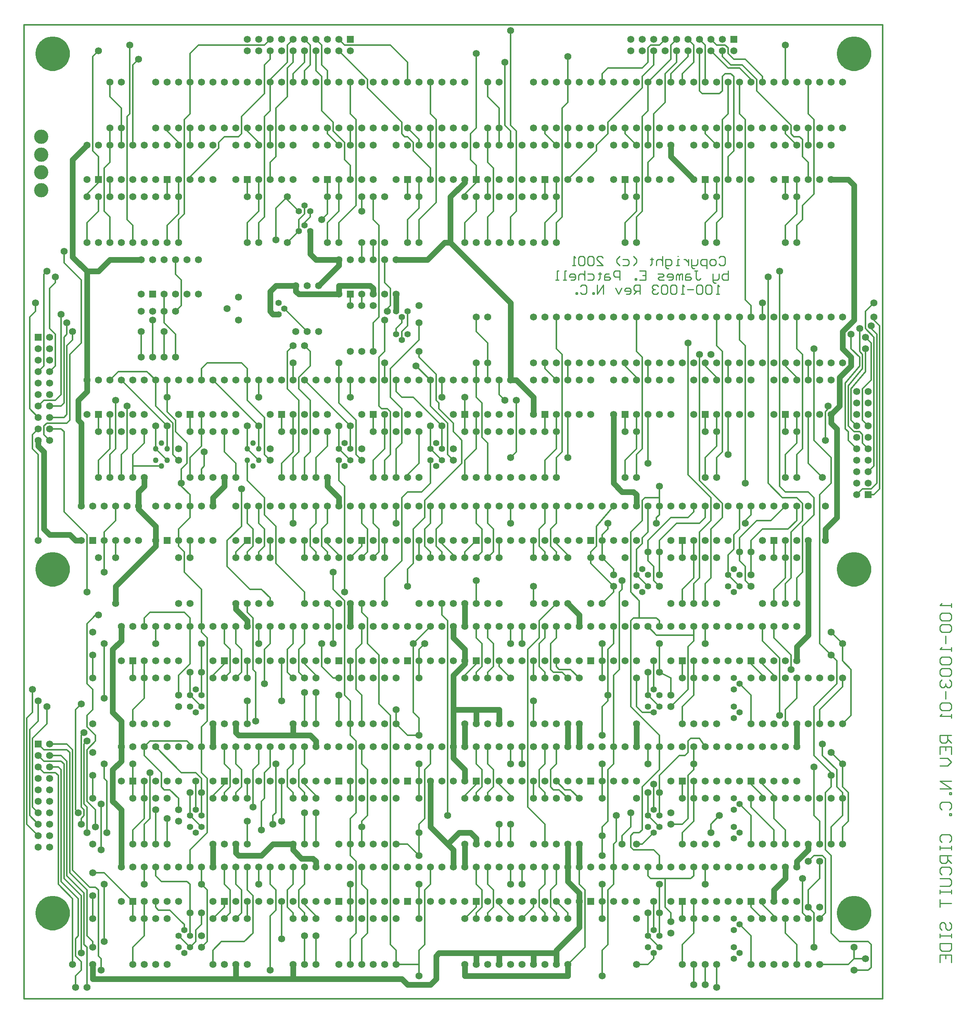
<source format=gbl>
*%FSLAX23Y23*%
*%MOIN*%
G01*
%ADD11C,0.006*%
%ADD12C,0.007*%
%ADD13C,0.008*%
%ADD14C,0.010*%
%ADD15C,0.012*%
%ADD16C,0.020*%
%ADD17C,0.030*%
%ADD18C,0.032*%
%ADD19C,0.036*%
%ADD20C,0.050*%
%ADD21C,0.050*%
%ADD22C,0.052*%
%ADD23C,0.054*%
%ADD24C,0.055*%
%ADD25C,0.056*%
%ADD26C,0.059*%
%ADD27C,0.062*%
%ADD28C,0.066*%
%ADD29C,0.070*%
%ADD30C,0.090*%
%ADD31C,0.125*%
%ADD32C,0.129*%
%ADD33C,0.140*%
%ADD34C,0.160*%
%ADD35C,0.250*%
%ADD36R,0.062X0.062*%
%ADD37R,0.066X0.066*%
D14*
X13476Y7367D02*
Y7400D01*
Y7383D02*
Y7367D01*
Y7383D02*
X13376D01*
X13377D01*
X13376D02*
X13393Y7400D01*
Y7317D02*
X13376Y7300D01*
Y7267D01*
X13393Y7250D01*
X13459D01*
X13476Y7267D01*
Y7300D01*
X13459Y7317D01*
X13393D01*
Y7217D02*
X13376Y7200D01*
Y7167D01*
X13393Y7150D01*
X13459D01*
X13476Y7167D01*
Y7200D01*
X13459Y7217D01*
X13393D01*
X13426Y7117D02*
Y7050D01*
X13476Y7017D02*
Y6983D01*
Y7000D01*
X13376D01*
X13377D01*
X13376D02*
X13393Y7017D01*
Y6933D02*
X13376Y6917D01*
Y6884D01*
X13393Y6867D01*
X13459D01*
X13476Y6884D01*
Y6917D01*
X13459Y6933D01*
X13393D01*
Y6834D02*
X13376Y6817D01*
Y6784D01*
X13393Y6767D01*
X13459D01*
X13476Y6784D01*
Y6817D01*
X13459Y6834D01*
X13393D01*
Y6734D02*
X13376Y6717D01*
Y6684D01*
X13393Y6667D01*
X13409D01*
X13410D01*
X13409D02*
X13410D01*
X13409D02*
X13410D01*
X13409D02*
X13426Y6684D01*
Y6700D01*
Y6684D01*
X13443Y6667D01*
X13459D01*
X13476Y6684D01*
Y6717D01*
X13459Y6734D01*
X13426Y6634D02*
Y6567D01*
X13393Y6534D02*
X13376Y6517D01*
Y6484D01*
X13393Y6467D01*
X13459D01*
X13476Y6484D01*
Y6517D01*
X13459Y6534D01*
X13393D01*
X13476Y6434D02*
Y6400D01*
Y6417D01*
X13376D01*
X13377D01*
X13376D02*
X13393Y6434D01*
X13376Y6250D02*
X13476D01*
X13376D02*
Y6200D01*
X13393Y6184D01*
X13426D01*
X13443Y6200D01*
Y6250D01*
Y6217D02*
X13476Y6184D01*
X13376Y6150D02*
Y6084D01*
Y6150D02*
X13476D01*
Y6084D01*
X13426Y6117D02*
Y6150D01*
X13443Y6050D02*
X13376D01*
X13443D02*
X13476Y6017D01*
X13443Y5984D01*
X13376D01*
Y5851D02*
X13476D01*
Y5784D02*
X13376Y5851D01*
Y5784D02*
X13476D01*
Y5751D02*
X13459D01*
Y5734D01*
X13476D01*
Y5751D01*
X13376Y5617D02*
X13393Y5601D01*
X13376Y5617D02*
Y5651D01*
X13393Y5667D01*
X13459D01*
X13476Y5651D01*
Y5617D01*
X13459Y5601D01*
Y5567D02*
X13476D01*
X13459D02*
Y5551D01*
X13476D01*
Y5567D01*
X13376Y5334D02*
X13393Y5317D01*
X13376Y5334D02*
Y5367D01*
X13393Y5384D01*
X13459D01*
X13476Y5367D01*
Y5334D01*
X13459Y5317D01*
X13376Y5284D02*
Y5251D01*
Y5267D01*
X13476D01*
Y5284D01*
Y5251D01*
Y5201D02*
X13376D01*
Y5151D01*
X13393Y5134D01*
X13426D01*
X13443Y5151D01*
Y5201D01*
Y5167D02*
X13476Y5134D01*
X13393Y5034D02*
X13376Y5051D01*
Y5084D01*
X13393Y5101D01*
X13459D01*
X13476Y5084D01*
Y5051D01*
X13459Y5034D01*
Y5001D02*
X13376D01*
X13459D02*
X13476Y4984D01*
Y4951D01*
X13459Y4934D01*
X13376D01*
Y4901D02*
Y4867D01*
Y4884D01*
X13476D01*
Y4901D01*
Y4867D01*
X13376Y4818D02*
Y4751D01*
Y4784D01*
X13476D01*
X13376Y4568D02*
X13393Y4551D01*
X13376Y4568D02*
Y4601D01*
X13393Y4618D01*
X13409D01*
X13426Y4601D01*
Y4568D01*
X13443Y4551D01*
X13459D01*
X13476Y4568D01*
Y4601D01*
X13459Y4618D01*
X13376Y4518D02*
Y4484D01*
Y4501D01*
X13476D01*
Y4518D01*
Y4484D01*
Y4434D02*
X13376D01*
X13476D02*
Y4384D01*
X13459Y4368D01*
X13393D01*
X13376Y4384D01*
Y4434D01*
Y4334D02*
Y4268D01*
Y4334D02*
X13476D01*
Y4268D01*
X13426Y4301D02*
Y4334D01*
X11448Y10417D02*
X11461Y10430D01*
X11488D01*
X11501Y10417D01*
Y10363D01*
X11488Y10350D01*
X11461D01*
X11448Y10363D01*
X11408Y10350D02*
X11381D01*
X11368Y10363D01*
Y10390D01*
X11381Y10403D01*
X11408D01*
X11421Y10390D01*
Y10363D01*
X11408Y10350D01*
X11341Y10323D02*
Y10403D01*
X11301D01*
X11288Y10390D01*
Y10363D01*
X11301Y10350D01*
X11341D01*
X11261Y10363D02*
Y10403D01*
Y10363D02*
X11248Y10350D01*
X11208D01*
Y10337D01*
X11221Y10323D01*
X11234D01*
X11208Y10350D02*
Y10403D01*
X11181D02*
Y10350D01*
Y10377D01*
X11168Y10390D01*
X11154Y10403D01*
X11141D01*
X11101Y10350D02*
X11074D01*
X11088D01*
Y10403D01*
X11101D01*
X11088Y10430D02*
X11089D01*
X11008Y10323D02*
X10994D01*
X10981Y10337D01*
Y10403D01*
X11021D01*
X11034Y10390D01*
Y10363D01*
X11021Y10350D01*
X10981D01*
X10955D02*
Y10430D01*
Y10390D02*
Y10350D01*
Y10390D02*
X10941Y10403D01*
X10915D01*
X10901Y10390D01*
Y10350D01*
X10861Y10403D02*
Y10417D01*
Y10403D02*
X10875D01*
X10848D01*
X10861D01*
Y10363D01*
X10848Y10350D01*
X10728Y10377D02*
X10701Y10350D01*
X10728Y10377D02*
Y10403D01*
X10701Y10430D01*
X10648Y10403D02*
X10608D01*
X10648D02*
X10661Y10390D01*
Y10363D01*
X10648Y10350D01*
X10608D01*
X10581D02*
X10555Y10377D01*
Y10403D01*
X10581Y10430D01*
X10435Y10350D02*
X10381D01*
X10435D02*
X10381Y10403D01*
Y10417D01*
X10395Y10430D01*
X10421D01*
X10435Y10417D01*
X10355D02*
X10341Y10430D01*
X10315D01*
X10301Y10417D01*
Y10363D01*
X10315Y10350D01*
X10341D01*
X10355Y10363D01*
Y10417D01*
X10275D02*
X10261Y10430D01*
X10235D01*
X10221Y10417D01*
Y10363D01*
X10235Y10350D01*
X10261D01*
X10275Y10363D01*
Y10417D01*
X10195Y10350D02*
X10168D01*
X10181D01*
Y10430D01*
X10182D01*
X10181D02*
X10195Y10417D01*
X11526Y10305D02*
Y10225D01*
X11486D01*
X11473Y10238D01*
Y10252D01*
Y10265D01*
X11486Y10278D01*
X11526D01*
X11446D02*
Y10238D01*
X11433Y10225D01*
X11393D01*
Y10212D01*
X11406Y10198D01*
X11419D01*
X11393Y10225D02*
Y10278D01*
X11259Y10305D02*
X11233D01*
X11246D02*
X11259D01*
X11246D02*
Y10238D01*
X11259Y10225D01*
X11273D01*
X11286Y10238D01*
X11193Y10278D02*
X11166D01*
X11153Y10265D01*
Y10225D01*
X11193D01*
X11206Y10238D01*
X11193Y10252D01*
X11153D01*
X11126Y10225D02*
Y10278D01*
X11113D01*
X11099Y10265D01*
Y10225D01*
Y10265D01*
X11086Y10278D01*
X11073Y10265D01*
Y10225D01*
X11033D02*
X11006D01*
X11033D02*
X11046Y10238D01*
Y10265D01*
X11033Y10278D01*
X11006D01*
X10993Y10265D01*
Y10252D01*
X11046D01*
X10966Y10225D02*
X10926D01*
X10913Y10238D01*
X10926Y10252D01*
X10953D01*
X10966Y10265D01*
X10953Y10278D01*
X10913D01*
X10806Y10305D02*
X10753D01*
X10806D02*
Y10225D01*
X10753D01*
X10780Y10265D02*
X10806D01*
X10726Y10238D02*
Y10225D01*
Y10238D02*
X10713D01*
Y10225D01*
X10726D01*
X10580D02*
Y10305D01*
X10540D01*
X10526Y10292D01*
Y10265D01*
X10540Y10252D01*
X10580D01*
X10486Y10278D02*
X10460D01*
X10446Y10265D01*
Y10225D01*
X10486D01*
X10500Y10238D01*
X10486Y10252D01*
X10446D01*
X10406Y10278D02*
Y10292D01*
Y10278D02*
X10420D01*
X10393D01*
X10406D01*
Y10238D01*
X10393Y10225D01*
X10340Y10278D02*
X10300D01*
X10340D02*
X10353Y10265D01*
Y10238D01*
X10340Y10225D01*
X10300D01*
X10273D02*
Y10305D01*
Y10265D02*
Y10225D01*
Y10265D02*
X10260Y10278D01*
X10233D01*
X10220Y10265D01*
Y10225D01*
X10180D02*
X10153D01*
X10180D02*
X10193Y10238D01*
Y10265D01*
X10180Y10278D01*
X10153D01*
X10140Y10265D01*
Y10252D01*
X10193D01*
X10113Y10225D02*
X10086D01*
X10100D01*
Y10305D01*
X10113D01*
X10046Y10225D02*
X10020D01*
X10033D01*
Y10305D01*
X10046D01*
X11424Y10100D02*
X11451D01*
X11438D02*
X11424D01*
X11438D02*
Y10180D01*
X11439D01*
X11438D02*
X11451Y10167D01*
X11384D02*
X11371Y10180D01*
X11344D01*
X11331Y10167D01*
Y10113D01*
X11344Y10100D01*
X11371D01*
X11384Y10113D01*
Y10167D01*
X11304D02*
X11291Y10180D01*
X11264D01*
X11251Y10167D01*
Y10113D01*
X11264Y10100D01*
X11291D01*
X11304Y10113D01*
Y10167D01*
X11224Y10140D02*
X11171D01*
X11144Y10100D02*
X11118D01*
X11131D01*
Y10180D01*
X11132D01*
X11131D02*
X11144Y10167D01*
X11078D02*
X11064Y10180D01*
X11038D01*
X11024Y10167D01*
Y10113D01*
X11038Y10100D01*
X11064D01*
X11078Y10113D01*
Y10167D01*
X10998D02*
X10984Y10180D01*
X10958D01*
X10944Y10167D01*
Y10113D01*
X10958Y10100D01*
X10984D01*
X10998Y10113D01*
Y10167D01*
X10918D02*
X10905Y10180D01*
X10878D01*
X10865Y10167D01*
Y10153D01*
X10866D01*
X10865D02*
X10866D01*
X10865D02*
X10866D01*
X10865D02*
X10878Y10140D01*
X10891D01*
X10878D01*
X10865Y10127D01*
Y10113D01*
X10878Y10100D01*
X10905D01*
X10918Y10113D01*
X10758Y10100D02*
Y10180D01*
X10718D01*
X10705Y10167D01*
Y10140D01*
X10718Y10127D01*
X10758D01*
X10731D02*
X10705Y10100D01*
X10665D02*
X10638D01*
X10665D02*
X10678Y10113D01*
Y10140D01*
X10665Y10153D01*
X10638D01*
X10625Y10140D01*
Y10127D01*
X10678D01*
X10598Y10153D02*
X10571Y10100D01*
X10545Y10153D01*
X10438Y10180D02*
Y10100D01*
X10385D02*
X10438Y10180D01*
X10385D02*
Y10100D01*
X10358D02*
Y10113D01*
X10345D01*
Y10100D01*
X10358D01*
X10251Y10180D02*
X10238Y10167D01*
X10251Y10180D02*
X10278D01*
X10291Y10167D01*
Y10113D01*
X10278Y10100D01*
X10251D01*
X10238Y10113D01*
X10211D02*
Y10100D01*
Y10113D02*
X10198D01*
Y10100D01*
X10211D01*
D15*
X8926Y9350D02*
X8801Y9475D01*
X8926Y9125D02*
X9076Y8975D01*
X12551Y9325D02*
X12676Y9475D01*
X12701Y9450D02*
X12576Y9300D01*
X12601Y9275D02*
X12726Y9425D01*
X10526Y8250D02*
X10376Y8075D01*
X5876Y10225D02*
X5726Y10375D01*
X6776Y7675D02*
X6926Y7525D01*
X7476Y8325D02*
X7326Y8475D01*
X7576Y7750D02*
X7826Y7500D01*
X9776Y5625D02*
X9926Y5475D01*
X12001Y8325D02*
X11876Y8450D01*
X11376Y8325D02*
X11176Y8525D01*
X11276Y8475D02*
X11476Y8275D01*
X8226Y8950D02*
X7826Y9350D01*
X8126Y9150D02*
X8276Y9000D01*
X7426Y8950D02*
X7026Y9350D01*
X7326Y9175D02*
X7476Y9025D01*
X6626Y8950D02*
X6226Y9350D01*
X7651Y9975D02*
X7851Y9775D01*
X8926Y11200D02*
X8776Y11350D01*
X8676Y11600D02*
X8376Y11900D01*
Y11975D02*
X8126Y12225D01*
X8576Y12275D02*
X8726Y12125D01*
X11376Y12225D02*
X11526Y12075D01*
X11676Y12150D02*
X11826Y12000D01*
X11776Y11875D02*
X11976Y11675D01*
X11776Y11975D02*
X11651Y12100D01*
X5701Y4975D02*
X5851Y4825D01*
X5901Y4875D02*
X5751Y5025D01*
X5801Y5075D02*
X5951Y4925D01*
X5876Y4850D02*
X5726Y5000D01*
X6076Y5050D02*
X6326Y4800D01*
X11726Y5625D02*
X11926Y5425D01*
X10526Y7550D02*
X10326Y7750D01*
X12276Y6075D02*
X12426Y5925D01*
X12351Y8500D02*
X12226Y8625D01*
X9026Y8950D02*
X8776Y9200D01*
X9001Y9100D02*
X9126Y8975D01*
X8976Y9400D02*
X8826Y9550D01*
X7151Y7725D02*
X7351Y7525D01*
X10676Y6500D02*
X10926Y6250D01*
X6576Y5925D02*
X6426Y6075D01*
X6526Y6150D02*
X6751Y5925D01*
X12351Y6075D02*
X12476Y5950D01*
X5801Y4825D02*
X5676Y4950D01*
X12276Y8825D02*
X12426Y8675D01*
X11926Y7100D02*
X12076Y6950D01*
X11976Y6925D02*
X11826Y7075D01*
X6676Y8975D02*
X6526Y9125D01*
X5726Y8200D02*
X5926Y8000D01*
X11026Y6500D02*
X11176Y6650D01*
X10026Y7400D02*
X9876Y7250D01*
X8576Y9450D02*
X8826Y9700D01*
X7076Y11375D02*
X6826Y11125D01*
X7276Y11650D02*
X7476Y11850D01*
X8826Y10750D02*
X8976Y10900D01*
X10126Y11100D02*
X10376Y11350D01*
X10476Y11600D02*
X10776Y11900D01*
X10826Y11950D02*
X11026Y12150D01*
X8276Y10875D02*
X8126Y10725D01*
X7526Y11975D02*
X7676Y12125D01*
X11026Y12025D02*
X11176Y12175D01*
X12526Y6675D02*
X12326Y6475D01*
X12276Y6500D02*
X12476Y6700D01*
X5576Y6350D02*
X5451Y6225D01*
X10926Y7950D02*
X11076Y8100D01*
X11026Y8150D02*
X10826Y7950D01*
X11901Y8125D02*
X12026Y8250D01*
X11776Y8125D02*
X11626Y7975D01*
X9201Y8625D02*
X8876Y8300D01*
X8676Y7775D02*
X8526Y7625D01*
X7276Y8075D02*
X7151Y7950D01*
X10926Y5900D02*
X11101Y6075D01*
X10926Y5950D02*
X10776Y5800D01*
X6976Y5400D02*
X6826Y5250D01*
X8776Y7050D02*
X8926Y7200D01*
X10276Y4400D02*
X10126Y4250D01*
X5451Y5625D02*
Y6225D01*
X5501Y6375D02*
Y6550D01*
X5426Y6300D02*
Y5550D01*
X5401Y5475D02*
Y6400D01*
X5451Y6450D02*
Y6625D01*
Y6650D01*
X5501Y7950D02*
Y8700D01*
X5451Y8750D02*
Y8875D01*
X5426Y9100D02*
Y9900D01*
X5476Y9950D02*
Y10025D01*
X5501Y5975D02*
X5551Y5925D01*
Y6025D02*
X5501Y6075D01*
X5551Y6125D02*
X5501Y6175D01*
X5451Y5625D02*
X5501Y5575D01*
X5426Y5550D02*
X5501Y5475D01*
X5401D02*
X5501Y5375D01*
Y8700D02*
X5451Y8750D01*
X5501Y9025D02*
X5426Y9100D01*
X5501Y8925D02*
X5451Y8875D01*
X5501Y9425D02*
X5551Y9475D01*
Y9175D02*
X5501Y9125D01*
Y6375D02*
X5426Y6300D01*
X5401Y6400D02*
X5451Y6450D01*
X5426Y9900D02*
X5476Y9950D01*
X10726Y4250D02*
X10826D01*
X12626Y4200D02*
X12751D01*
X12726Y4300D02*
X12626D01*
X12576Y4250D02*
X12326D01*
X8826D02*
X8626D01*
X5726Y10375D02*
Y10475D01*
X5551Y8950D02*
Y8875D01*
X5701Y9225D02*
Y9925D01*
X5651Y9750D02*
Y9475D01*
X5601Y9800D02*
Y10150D01*
X5651Y10200D02*
Y10250D01*
X5726Y9725D02*
Y9150D01*
X5551Y9475D02*
Y10275D01*
X5701Y5950D02*
Y4975D01*
X5726Y5000D02*
Y6000D01*
X5676Y5900D02*
Y4950D01*
X5576Y6350D02*
Y6500D01*
X5726Y8200D02*
Y8900D01*
X5601Y8825D02*
X5551Y8875D01*
X5651Y9750D02*
X5601Y9800D01*
X5676Y5975D02*
X5701Y5950D01*
X5751Y6025D02*
X5701Y6075D01*
Y6025D02*
X5726Y6000D01*
X5651Y5925D02*
X5676Y5900D01*
X5726Y8900D02*
X5701Y8925D01*
X5576Y8975D02*
X5551Y8950D01*
X5726Y9025D02*
X5751Y9050D01*
X5601Y10150D02*
X5651Y10200D01*
X5726Y9150D02*
X5701Y9125D01*
X5726Y9725D02*
X5751Y9750D01*
X5701Y9225D02*
X5651Y9175D01*
X5601Y9425D02*
X5651Y9475D01*
X5551Y10275D02*
X5576Y10300D01*
X7101Y4450D02*
X7301D01*
X12501D02*
X12751D01*
X5876Y9675D02*
Y10225D01*
X5776Y9575D02*
Y9000D01*
X5801Y9700D02*
Y9775D01*
X5751Y9650D02*
Y9050D01*
Y9750D02*
Y9850D01*
X5926Y10550D02*
Y10725D01*
X5826Y4150D02*
Y4050D01*
X5876Y4200D02*
Y4275D01*
X5926Y4400D02*
Y4050D01*
X5901Y4425D02*
Y4875D01*
X5751Y5025D02*
Y6025D01*
X5801Y6125D02*
Y5075D01*
X5876Y4850D02*
Y4350D01*
X5926Y4500D02*
Y4900D01*
X5776Y5050D02*
Y6100D01*
X5926Y10950D02*
Y10975D01*
X5876Y5525D02*
Y5475D01*
X5926Y6700D02*
Y7225D01*
X5826Y6475D02*
Y5600D01*
X5901D02*
Y5550D01*
X5876Y5625D02*
Y6250D01*
X5926Y5625D02*
Y5400D01*
X5901Y5650D02*
Y6175D01*
X5926Y6125D02*
Y5675D01*
Y6325D02*
Y6425D01*
X5801Y4825D02*
Y4250D01*
X5826Y4325D02*
Y4475D01*
X5851Y4500D02*
Y4825D01*
X5926Y7500D02*
Y8000D01*
X5901Y4425D02*
X5926Y4400D01*
X5801Y6125D02*
X5751Y6175D01*
X5926Y4500D02*
X5976Y4450D01*
X5926Y4900D02*
X5876Y4950D01*
X5776Y5050D01*
Y6100D02*
X5751Y6125D01*
X5976Y6650D02*
X5926Y6700D01*
X5826Y5600D02*
X5851Y5575D01*
X5876Y5625D02*
X5901Y5600D01*
X5926Y5625D02*
X5901Y5650D01*
X5926Y5675D02*
X6001Y5600D01*
Y6250D02*
X5926Y6325D01*
X5826Y4325D02*
X5876Y4275D01*
X5776Y9575D02*
X5876Y9675D01*
X5776Y9000D02*
X5751Y8975D01*
Y9650D02*
X5801Y9700D01*
X5926Y10725D02*
X6026Y10825D01*
X5876Y4200D02*
X5826Y4150D01*
X5926Y10975D02*
X6026Y11075D01*
X5901Y5550D02*
X5876Y5525D01*
X5926Y6425D02*
X5976Y6475D01*
X5926Y7225D02*
X5976Y7275D01*
X5876Y6525D02*
X5826Y6475D01*
X5901Y6275D02*
X5876Y6250D01*
X5926Y6200D02*
X5901Y6175D01*
X5926Y6125D02*
X6001Y6200D01*
X5851Y4500D02*
X5826Y4475D01*
X6026Y4325D02*
Y4900D01*
X6051Y4300D02*
Y4200D01*
X6126Y8500D02*
Y8700D01*
X6076Y6000D02*
Y5875D01*
X6101Y5850D02*
Y5400D01*
X6051Y5250D02*
Y5650D01*
X5976Y5700D02*
Y5900D01*
Y6750D02*
Y6950D01*
X6126Y10550D02*
Y10775D01*
X6076Y10825D02*
Y11200D01*
X6126Y11250D02*
Y11400D01*
X6026Y11300D02*
Y11100D01*
X5976Y11350D02*
Y12175D01*
X6026Y10950D02*
Y10825D01*
X6126Y11400D02*
Y11550D01*
Y11825D02*
Y11950D01*
X6076Y4950D02*
Y4450D01*
X5976D02*
Y4400D01*
Y4650D02*
Y4850D01*
X6026Y8900D02*
Y9050D01*
X6126D02*
Y8900D01*
Y8750D01*
X6026Y8650D02*
Y8500D01*
X6076Y8025D02*
Y7950D01*
X6026Y11075D02*
Y11100D01*
X6126D02*
Y10950D01*
X5976Y6650D02*
Y6475D01*
X6001Y5600D02*
Y5450D01*
Y6200D02*
Y6250D01*
X6076Y6575D02*
Y7050D01*
Y7675D02*
Y7950D01*
X6026Y4325D02*
X6051Y4300D01*
X6101Y5850D02*
X6076Y5875D01*
X6126Y10775D02*
X6076Y10825D01*
X6026Y11300D02*
X5976Y11350D01*
X6226Y11725D02*
X6126Y11825D01*
X6001Y4925D02*
X6026Y4900D01*
X6126Y8700D02*
X6176Y8750D01*
X6076Y11200D02*
X6126Y11250D01*
X5976Y12175D02*
X6026Y12225D01*
X6126Y8750D02*
X6026Y8650D01*
X6176Y8125D02*
X6076Y8025D01*
X6001Y7300D02*
X5976Y7275D01*
X6126Y9350D02*
X6201Y9425D01*
X6551Y4725D02*
X6651D01*
X6176Y8750D02*
Y9175D01*
X6276Y9125D02*
Y8750D01*
X6226Y8700D02*
Y8500D01*
X6326Y5425D02*
Y5300D01*
Y11400D02*
Y12100D01*
Y10700D02*
Y10550D01*
X6276Y10750D02*
Y11650D01*
X6301Y11675D02*
Y12275D01*
X6226Y11550D02*
Y11400D01*
Y11550D02*
Y11725D01*
X6326Y4800D02*
Y4650D01*
Y4400D02*
Y4250D01*
Y8500D02*
Y8700D01*
X6176Y8250D02*
Y8125D01*
Y7950D02*
Y7800D01*
X6326Y6900D02*
Y6750D01*
Y6475D02*
Y6350D01*
Y5850D02*
Y5700D01*
Y5850D02*
Y6000D01*
Y10700D02*
X6276Y10750D01*
Y8750D02*
X6226Y8700D01*
X6426Y5525D02*
X6326Y5425D01*
Y12100D02*
X6376Y12150D01*
X6301Y11675D02*
X6276Y11650D01*
X6426Y4500D02*
X6326Y4400D01*
Y8700D02*
X6426Y8800D01*
Y6575D02*
X6326Y6475D01*
X10976Y5000D02*
X11201D01*
X10976D02*
X10851D01*
X6001Y4925D02*
X5951D01*
X5976Y5050D02*
X6076D01*
X6576Y4975D02*
X6801D01*
X6526Y5300D02*
Y5600D01*
X6501Y9550D02*
Y9875D01*
X6401Y9775D02*
Y9550D01*
X6426Y5700D02*
Y5525D01*
Y5100D02*
Y4950D01*
X6526Y5025D02*
Y5100D01*
X6426Y4650D02*
Y4500D01*
Y4650D02*
Y4800D01*
Y8800D02*
Y8900D01*
Y6900D02*
Y6750D01*
Y6575D01*
Y5850D02*
Y5700D01*
X6476Y5525D02*
Y5925D01*
X6426Y5475D02*
Y5300D01*
Y7200D02*
Y7275D01*
X6526Y7200D02*
Y7050D01*
Y8750D02*
Y8950D01*
Y4800D02*
Y4750D01*
X6426Y6075D02*
Y6150D01*
X6526Y9125D02*
Y9350D01*
Y5025D02*
X6576Y4975D01*
X6626Y8650D02*
X6526Y8750D01*
Y4750D02*
X6551Y4725D01*
X6526Y9350D02*
X6451Y9425D01*
X6476Y5525D02*
X6426Y5475D01*
Y7275D02*
X6476Y7325D01*
Y6200D02*
X6426Y6150D01*
X10701Y5250D02*
X10876D01*
X12276Y5200D02*
X12351D01*
X6626Y5300D02*
Y5525D01*
X6601Y9850D02*
Y9950D01*
X6701Y9750D02*
Y9550D01*
X6601D02*
Y9775D01*
X6626Y9350D02*
Y9200D01*
X6701Y10275D02*
Y10400D01*
X6601Y10100D02*
Y9950D01*
X6626Y10950D02*
Y11100D01*
Y10700D02*
Y10550D01*
Y8950D02*
Y8750D01*
X6576Y5925D02*
Y5800D01*
X6626Y11525D02*
Y11550D01*
X6701Y9000D02*
Y8900D01*
X6626Y9075D02*
Y9350D01*
X6676Y8975D02*
Y8700D01*
X6701Y9750D02*
X6601Y9850D01*
X6676Y8700D02*
X6726Y8650D01*
X6751Y10225D02*
X6701Y10275D01*
X6651Y4725D02*
X6751Y4625D01*
X6726Y5700D02*
X6651Y5775D01*
X6601D02*
X6576Y5800D01*
X6726Y11425D02*
X6626Y11525D01*
X6701Y8900D02*
X6801Y8800D01*
X6701Y9000D02*
X6626Y9075D01*
X6701Y9950D02*
X6751Y10000D01*
X6626Y10700D02*
X6726Y10800D01*
X10726Y5300D02*
X10776D01*
X10751Y5400D02*
X10701D01*
X8726Y5300D02*
X8626D01*
X11026Y5475D02*
X11126D01*
X6776Y7675D02*
Y7850D01*
X6876Y5850D02*
Y5600D01*
X6826Y11950D02*
Y12200D01*
Y11125D02*
Y11100D01*
X6751Y10225D02*
Y10000D01*
X6726Y10950D02*
Y11100D01*
Y10950D02*
Y10800D01*
X6826Y11675D02*
Y11950D01*
X6776Y11625D02*
Y10800D01*
X6726Y10750D02*
Y10550D01*
X6826Y11400D02*
Y11550D01*
Y4950D02*
Y4700D01*
Y4500D01*
X6876Y4450D02*
Y4550D01*
X6826Y8900D02*
Y9050D01*
Y8675D02*
Y8500D01*
Y7950D02*
Y7800D01*
X6726Y7950D02*
Y8050D01*
X6826Y8150D02*
Y8250D01*
X6726Y7950D02*
Y7900D01*
X6826Y6800D02*
Y6600D01*
Y7200D02*
Y7275D01*
X6726Y6750D02*
Y6600D01*
Y6750D02*
Y6775D01*
X6826Y6875D02*
Y7200D01*
X6776Y4600D02*
Y4550D01*
X6826Y5550D02*
Y5750D01*
X6726Y5700D02*
Y5600D01*
X6826Y5250D02*
Y5100D01*
Y6150D02*
Y6175D01*
X6726Y11400D02*
Y11425D01*
X6826Y8350D02*
Y8250D01*
X6751Y8425D02*
Y8575D01*
X6801Y8625D02*
Y8800D01*
X6826Y5550D02*
X6926Y5450D01*
X6801Y4975D02*
X6826Y4950D01*
X6726Y4500D02*
X6826Y4400D01*
X6776Y7850D02*
X6726Y7900D01*
X6826Y6600D02*
X6926Y6500D01*
X6826Y7275D02*
X6776Y7325D01*
X6751Y4625D02*
X6776Y4600D01*
X6826Y6175D02*
X6801Y6200D01*
X6876Y5925D02*
X6926Y5875D01*
X6826Y8350D02*
X6751Y8425D01*
X6826Y12200D02*
X6901Y12275D01*
X6826Y11675D02*
X6776Y11625D01*
Y10800D02*
X6726Y10750D01*
X6876Y4450D02*
X6826Y4400D01*
X6876Y4550D02*
X6926Y4600D01*
X6826Y8675D02*
X6926Y8775D01*
X6826Y8150D02*
X6726Y8050D01*
X6826Y6875D02*
X6726Y6775D01*
X6751Y8575D02*
X6801Y8625D01*
X6926Y9350D02*
Y9450D01*
X7026Y4375D02*
Y4250D01*
X6976Y4450D02*
Y4900D01*
X6926Y6150D02*
Y6325D01*
X6976Y6375D02*
Y7100D01*
X6926Y7150D02*
Y7200D01*
Y8500D02*
Y8575D01*
X6951Y8600D02*
Y8725D01*
X7076Y11375D02*
Y11425D01*
X6926Y5100D02*
Y4950D01*
Y4700D02*
Y4600D01*
Y8900D02*
Y9050D01*
Y8900D02*
Y8775D01*
Y7525D02*
Y7200D01*
X7026Y6775D02*
Y6750D01*
X6926Y6800D02*
Y6600D01*
X7026Y5725D02*
Y5700D01*
X6926Y6800D02*
Y7050D01*
Y5750D02*
Y5550D01*
Y5925D02*
Y6150D01*
X6976Y5875D02*
Y5400D01*
X6926Y5750D02*
Y5875D01*
Y9450D02*
X6976Y9500D01*
X6926Y7150D02*
X6976Y7100D01*
X6926Y4950D02*
X6976Y4900D01*
Y5875D02*
X6926Y5925D01*
X7101Y4450D02*
X7026Y4375D01*
X6926Y6325D02*
X6976Y6375D01*
X6926Y8575D02*
X6951Y8600D01*
X7076Y11425D02*
X7126Y11475D01*
X6976Y4450D02*
X6926Y4400D01*
X7026Y4650D02*
X7126Y4750D01*
X7026Y6775D02*
X7126Y6875D01*
Y5825D02*
X7026Y5725D01*
X10001Y5775D02*
X10051D01*
X10101D02*
X10151D01*
X6651D02*
X6601D01*
X7276Y11500D02*
Y11650D01*
X7126Y4800D02*
Y4750D01*
Y4950D02*
Y5100D01*
X7176Y4900D02*
Y4700D01*
X7226Y4950D02*
Y5100D01*
X7276Y4900D02*
Y4700D01*
X7226Y8500D02*
Y8625D01*
X7126Y8725D02*
Y8900D01*
X7226Y7850D02*
Y7800D01*
X7126Y6900D02*
Y6875D01*
Y5850D02*
Y5825D01*
X7226Y5750D02*
Y5700D01*
X7276Y5800D02*
Y5950D01*
X7226Y6000D02*
Y6150D01*
X7126Y5750D02*
Y5700D01*
X7176Y5800D02*
Y5950D01*
X7126Y6000D02*
Y6150D01*
X7276Y6800D02*
Y7000D01*
X7226Y7050D02*
Y7175D01*
Y7200D01*
X7176Y7000D02*
Y6800D01*
X7126Y7050D02*
Y7200D01*
X7151Y7725D02*
Y7950D01*
X7276Y8075D02*
Y8400D01*
X7326Y9450D02*
X7276Y9500D01*
X7126Y4950D02*
X7176Y4900D01*
X7226Y4950D02*
X7276Y4900D01*
X7226Y8625D02*
X7126Y8725D01*
X7226Y6000D02*
X7276Y5950D01*
X7176D02*
X7126Y6000D01*
X7276Y7000D02*
X7226Y7050D01*
X7176Y7000D02*
X7126Y7050D01*
X7376Y4525D02*
X7301Y4450D01*
X7251Y11475D02*
X7276Y11500D01*
X7176Y4700D02*
X7126Y4650D01*
X7226D02*
X7276Y4700D01*
X7226Y7850D02*
X7326Y7950D01*
X7276Y5800D02*
X7226Y5750D01*
X7176Y5800D02*
X7126Y5750D01*
X7226Y6750D02*
X7276Y6800D01*
X7176D02*
X7126Y6750D01*
X5676Y5975D02*
X5601D01*
Y6075D02*
X5701D01*
Y6025D02*
X5551D01*
Y5925D02*
X5651D01*
X11101Y6075D02*
X11151D01*
X6876Y5925D02*
X6751D01*
X7326Y9350D02*
Y9450D01*
X7376Y4850D02*
Y4525D01*
X7326Y4900D02*
Y5100D01*
Y8475D02*
Y8650D01*
X7476Y8325D02*
Y8175D01*
Y7000D02*
Y6700D01*
X7426Y9200D02*
Y9350D01*
X7326D02*
Y9175D01*
X7476Y9025D02*
Y8700D01*
X7326Y5500D02*
Y5300D01*
X7476Y11850D02*
Y12100D01*
X7426Y11100D02*
Y10950D01*
X7326D02*
Y11100D01*
X7476Y10775D02*
Y11650D01*
X7426Y10725D02*
Y10550D01*
Y10825D02*
Y10950D01*
X7326Y10725D02*
Y10550D01*
X7426Y5100D02*
Y4950D01*
X7326Y4800D02*
Y4650D01*
X7426Y7800D02*
Y7850D01*
X7476Y7900D02*
Y8050D01*
X7426Y8100D02*
Y8250D01*
X7326Y7850D02*
Y7800D01*
X7376Y7900D02*
Y8050D01*
X7326Y8100D02*
Y8250D01*
Y6900D02*
Y6750D01*
Y5850D02*
Y5700D01*
X7451Y5675D02*
Y5425D01*
X7476Y5700D02*
Y5925D01*
X7426Y6000D02*
Y6150D01*
X7376Y5950D02*
Y5625D01*
X7326Y6350D02*
Y6550D01*
X7426Y8750D02*
Y8950D01*
X7326D02*
Y8750D01*
X7401Y6800D02*
Y6375D01*
X7376Y6825D02*
Y7250D01*
Y7275D01*
X7326Y7325D02*
Y7400D01*
X7426Y11400D02*
Y11425D01*
X7326Y11525D02*
Y11550D01*
X7426Y7200D02*
Y7050D01*
X7326Y4900D02*
X7376Y4850D01*
X7576Y8075D02*
X7476Y8175D01*
X7526Y8650D02*
X7476Y8700D01*
X7426Y8100D02*
X7476Y8050D01*
X7376D02*
X7326Y8100D01*
X7426Y8650D02*
X7326Y8750D01*
X7376Y6825D02*
X7401Y6800D01*
X7376Y7275D02*
X7326Y7325D01*
X7451Y7525D02*
X7526Y7450D01*
X7426Y11425D02*
X7326Y11525D01*
X7526Y7050D02*
X7476Y7000D01*
Y12275D02*
X7526Y12325D01*
Y12150D02*
X7476Y12100D01*
X7526Y11700D02*
X7476Y11650D01*
Y10775D02*
X7426Y10725D01*
X7326D02*
X7426Y10825D01*
X7476Y7900D02*
X7426Y7850D01*
X7376Y7900D02*
X7326Y7850D01*
X7476Y5700D02*
X7451Y5675D01*
X7476Y5925D02*
X7526Y5975D01*
X7426Y6000D02*
X7376Y5950D01*
X5751Y6175D02*
X5601D01*
X5551Y6125D02*
X5751D01*
X8726Y6250D02*
X8826D01*
X11201Y6225D02*
X11276D01*
X6801Y6200D02*
X6476D01*
X7526Y4675D02*
Y4200D01*
X7576Y10825D02*
Y10850D01*
Y10825D02*
Y10575D01*
Y8075D02*
Y7750D01*
X7526Y7200D02*
Y7050D01*
X7676Y9275D02*
Y9600D01*
Y10925D02*
Y10950D01*
X7526Y12150D02*
Y12225D01*
Y11950D02*
Y11700D01*
Y11950D02*
Y11975D01*
X7676Y12125D02*
Y12275D01*
X7526Y11250D02*
Y11100D01*
X7576Y11300D02*
Y11725D01*
X7676Y11825D02*
Y12075D01*
X7526Y11550D02*
Y11400D01*
X7626Y4800D02*
Y4475D01*
X7526Y4950D02*
Y5100D01*
X7576Y4900D02*
Y4725D01*
X7676Y4750D02*
Y4900D01*
X7626Y8900D02*
Y9050D01*
Y8625D02*
Y8500D01*
X7526Y7950D02*
Y7800D01*
X7676Y5950D02*
Y5800D01*
X7626Y5850D02*
Y5500D01*
X7526Y5975D02*
Y6150D01*
X7626Y6550D02*
Y6900D01*
X7676Y6800D02*
Y7000D01*
X7526Y7400D02*
Y7450D01*
X7576Y6000D02*
Y5575D01*
X7551Y5550D02*
Y5475D01*
X7776Y9175D02*
X7676Y9275D01*
X7776Y10825D02*
X7676Y10925D01*
X7526Y4950D02*
X7576Y4900D01*
X7676Y4750D02*
X7726Y4700D01*
Y5750D02*
X7676Y5800D01*
X7726Y6750D02*
X7676Y6800D01*
X7576Y10850D02*
X7676Y10950D01*
X7726Y9650D02*
X7676Y9600D01*
Y10550D02*
X7776Y10650D01*
X7676Y12275D02*
X7726Y12325D01*
X7576Y11300D02*
X7526Y11250D01*
X7576Y11725D02*
X7676Y11825D01*
Y12075D02*
X7726Y12125D01*
X7576Y4725D02*
X7526Y4675D01*
X7676Y4900D02*
X7726Y4950D01*
X7626Y8625D02*
X7726Y8725D01*
Y6000D02*
X7676Y5950D01*
Y7000D02*
X7726Y7050D01*
X7576Y5575D02*
X7551Y5550D01*
X10776Y6450D02*
X10876D01*
X7726Y8100D02*
Y8250D01*
X7826Y7500D02*
Y7400D01*
Y6625D02*
Y6350D01*
X7776Y8725D02*
Y9175D01*
X7826Y8675D02*
Y8500D01*
X7876Y8725D02*
Y9175D01*
X7776Y9275D02*
Y9375D01*
X7876Y9475D02*
Y9600D01*
X7726Y8675D02*
Y8500D01*
X7776Y10650D02*
Y10750D01*
X7826Y10800D02*
Y10875D01*
Y10725D02*
Y10700D01*
X7876Y10775D02*
Y10825D01*
X7726Y12125D02*
Y12225D01*
Y12025D02*
Y11950D01*
X7826Y12125D02*
Y12225D01*
X7876Y12275D02*
Y12100D01*
X7826Y12050D02*
Y11950D01*
Y4500D02*
Y4250D01*
Y4775D02*
Y4800D01*
X7726Y4700D02*
Y4650D01*
Y4950D02*
Y5100D01*
X7826D02*
Y4950D01*
X7776Y4900D02*
Y4750D01*
X7826Y4700D02*
Y4650D01*
X7726Y8900D02*
Y9050D01*
Y8900D02*
Y8725D01*
X7876Y8050D02*
Y7900D01*
X7826Y7950D02*
Y7800D01*
Y6900D02*
Y6875D01*
Y5850D02*
Y5825D01*
Y5750D02*
Y5700D01*
X7776Y5800D02*
Y5950D01*
X7826Y6000D02*
Y6150D01*
X7726Y5750D02*
Y5700D01*
Y6000D02*
Y6150D01*
X7826Y5575D02*
Y5300D01*
X7776Y6800D02*
Y7000D01*
X7826Y7050D02*
Y7200D01*
X7726D02*
Y7050D01*
Y9350D02*
Y9500D01*
X7776Y9275D02*
X7876Y9175D01*
Y9600D02*
X7826Y9650D01*
X7876Y12275D02*
X7826Y12325D01*
Y4775D02*
X7926Y4675D01*
X7826Y4700D02*
X7776Y4750D01*
X7926Y7850D02*
X7876Y7900D01*
X7826Y6875D02*
X7926Y6775D01*
X7826Y5825D02*
X7926Y5725D01*
X7826Y5750D02*
X7776Y5800D01*
X7826Y6750D02*
X7776Y6800D01*
X7826Y8675D02*
X7876Y8725D01*
X7776Y9375D02*
X7876Y9475D01*
X7776Y8725D02*
X7726Y8675D01*
X7776Y10750D02*
X7826Y10800D01*
X7876Y10775D02*
X7826Y10725D01*
X7726Y12025D02*
X7826Y12125D01*
X7876Y12100D02*
X7826Y12050D01*
Y4950D02*
X7776Y4900D01*
X7876Y8050D02*
X7926Y8100D01*
X7826Y6000D02*
X7776Y5950D01*
Y7000D02*
X7826Y7050D01*
X7926Y6625D02*
Y6350D01*
X8076Y7050D02*
Y7350D01*
X8026Y10950D02*
Y11100D01*
Y10725D02*
Y10650D01*
Y10550D01*
Y11950D02*
Y12050D01*
X7976Y12100D02*
Y12275D01*
X7926Y12225D02*
Y12050D01*
X7976Y12000D02*
Y11700D01*
X8076Y11600D02*
Y11525D01*
X8026Y11500D02*
Y11550D01*
X7926Y4500D02*
Y4250D01*
Y4650D02*
Y4675D01*
X8026Y8775D02*
Y8900D01*
X7926Y8675D02*
Y8500D01*
X8026Y7950D02*
Y7925D01*
Y7850D02*
Y7800D01*
X7976Y7900D02*
Y8050D01*
X8026Y8100D02*
Y8250D01*
X7926Y7850D02*
Y7800D01*
Y8100D02*
Y8250D01*
Y6775D02*
Y6750D01*
Y5725D02*
Y5700D01*
X8026Y10800D02*
Y10950D01*
X8076Y7675D02*
Y7525D01*
X7926Y5575D02*
Y5300D01*
X7976Y6850D02*
Y7050D01*
X8076Y7350D02*
X8026Y7400D01*
Y12050D02*
X7976Y12100D01*
Y12275D02*
X7926Y12325D01*
Y12050D02*
X7976Y12000D01*
Y11700D02*
X8076Y11600D01*
Y11525D02*
X8176Y11425D01*
X8126Y11400D02*
X8026Y11500D01*
Y7925D02*
X8126Y7825D01*
X8026Y7850D02*
X7976Y7900D01*
X8076Y7525D02*
X8176Y7425D01*
X7976Y6850D02*
X8076Y6750D01*
X8026Y10725D02*
X8126Y10825D01*
X8026Y8775D02*
X7926Y8675D01*
X8026Y8100D02*
X7976Y8050D01*
Y10750D02*
X8026Y10800D01*
X10001Y6800D02*
X10076D01*
X10051Y6825D02*
X10151D01*
X8126Y6750D02*
X8076D01*
X8126Y8475D02*
Y8650D01*
Y9150D02*
Y9350D01*
X8276Y9000D02*
Y8700D01*
X8226Y9200D02*
Y9350D01*
Y10000D02*
Y10100D01*
X8126Y10950D02*
Y11100D01*
Y10950D02*
Y10825D01*
Y10725D02*
Y10550D01*
X8276Y10875D02*
Y11625D01*
X8226Y11675D02*
Y11950D01*
X8176Y11425D02*
Y11275D01*
X8226Y11225D02*
Y11100D01*
Y11400D02*
Y11550D01*
Y4800D02*
Y4650D01*
Y4800D02*
Y4950D01*
Y5200D02*
Y5300D01*
X8276Y5150D02*
Y4850D01*
Y4525D01*
X8226Y4475D02*
Y4250D01*
X8126Y7800D02*
Y7825D01*
X8226Y6900D02*
Y6750D01*
Y5850D02*
Y5700D01*
Y5525D02*
Y5300D01*
X8276Y5575D02*
Y6200D01*
X8226Y6250D02*
Y6350D01*
X8276Y6650D02*
Y7000D01*
X8226Y8750D02*
Y8950D01*
X8126D02*
Y8750D01*
X8226Y6550D02*
Y6350D01*
X8176Y6600D02*
Y7425D01*
Y7500D02*
Y8425D01*
X8126Y9350D02*
Y9500D01*
Y6600D02*
Y6350D01*
X8326Y8650D02*
X8276Y8700D01*
X8176Y12275D02*
X8126Y12325D01*
X8226Y11675D02*
X8276Y11625D01*
X8176Y11275D02*
X8226Y11225D01*
Y5200D02*
X8276Y5150D01*
Y6200D02*
X8226Y6250D01*
X8326Y6600D02*
X8276Y6650D01*
X8226Y8650D02*
X8126Y8750D01*
X8176Y6600D02*
X8226Y6550D01*
X8176Y8425D02*
X8126Y8475D01*
X8276Y4525D02*
X8226Y4475D01*
Y7800D02*
X8326Y7900D01*
X8276Y5575D02*
X8226Y5525D01*
X8276Y7000D02*
X8326Y7050D01*
X8426Y9600D02*
Y9850D01*
X8476Y6950D02*
Y6525D01*
X8376Y7050D02*
Y7275D01*
X8326Y7325D02*
Y7400D01*
X8476Y9125D02*
Y9550D01*
X8426Y10750D02*
Y10950D01*
X8476Y10700D02*
Y9900D01*
X8326Y10000D02*
Y10100D01*
Y10400D02*
Y10550D01*
Y10825D02*
Y10950D01*
X8376Y11900D02*
Y11975D01*
X8326Y4475D02*
Y4250D01*
X8376Y4525D02*
Y4900D01*
X8326Y4950D02*
Y5100D01*
X8426Y8900D02*
Y9050D01*
Y8650D02*
Y8500D01*
X8476Y8050D02*
Y7850D01*
X8426Y8100D02*
Y8250D01*
X8376Y8050D02*
Y7850D01*
X8326Y8100D02*
Y8250D01*
Y7950D02*
Y7900D01*
Y5500D02*
Y5300D01*
X8376Y5550D02*
Y5950D01*
X8326Y6000D02*
Y6150D01*
Y6350D02*
Y6600D01*
Y7050D02*
Y7200D01*
Y5450D02*
Y5300D01*
X8426Y10400D02*
Y10550D01*
X8476Y6525D02*
X8576Y6425D01*
X8476Y6950D02*
X8376Y7050D01*
Y7275D02*
X8326Y7325D01*
X8501Y9100D02*
X8476Y9125D01*
Y10700D02*
X8426Y10750D01*
X8326Y4950D02*
X8376Y4900D01*
X8476Y8050D02*
X8426Y8100D01*
X8376Y8050D02*
X8326Y8100D01*
Y6000D02*
X8376Y5950D01*
X8476Y9550D02*
X8526Y9600D01*
X8426Y9850D02*
X8476Y9900D01*
X8376Y4525D02*
X8326Y4475D01*
X8426Y8650D02*
X8526Y8750D01*
X8476Y7850D02*
X8426Y7800D01*
X8376Y7850D02*
X8326Y7800D01*
X8376Y5550D02*
X8326Y5500D01*
X10901Y7125D02*
X11226D01*
X8526Y9350D02*
Y9500D01*
X8626Y8250D02*
Y8100D01*
Y4375D02*
Y4250D01*
X8576Y4425D02*
Y6425D01*
X8526Y9600D02*
Y9875D01*
X8626Y8750D02*
Y8500D01*
X8676Y8800D02*
Y9100D01*
X8576Y9200D02*
Y9450D01*
X8526Y8650D02*
Y8500D01*
X8576Y8700D02*
Y9075D01*
X8676Y9700D02*
Y9775D01*
X8626Y9750D02*
Y9800D01*
X8676Y9850D02*
Y9900D01*
Y11500D02*
Y11600D01*
X8526Y9050D02*
Y8900D01*
Y8750D01*
Y7950D02*
Y7800D01*
X8626Y6475D02*
Y6350D01*
Y9250D02*
Y9350D01*
X8676Y8325D02*
Y7775D01*
X8526Y7625D02*
Y7400D01*
Y10200D02*
Y10400D01*
X8576Y10150D02*
Y10000D01*
X8551Y9975D02*
Y9950D01*
X8576Y4425D02*
X8626Y4375D01*
X8676Y9100D02*
X8576Y9200D01*
X8551Y9100D02*
X8576Y9075D01*
X8701Y11475D02*
X8676Y11500D01*
X8626Y6350D02*
X8726Y6250D01*
X8676Y9200D02*
X8626Y9250D01*
X8576Y10150D02*
X8526Y10200D01*
X8676Y8800D02*
X8626Y8750D01*
X8576Y8700D02*
X8526Y8650D01*
X8676Y9775D02*
X8726Y9825D01*
X8676Y9850D02*
X8626Y9800D01*
X8726Y8375D02*
X8676Y8325D01*
X8551Y9975D02*
X8576Y10000D01*
X10701Y7275D02*
X10751D01*
X10901D01*
X6776Y7325D02*
X6476D01*
X6026Y7300D02*
X6001D01*
X8826Y5400D02*
Y5200D01*
Y6250D02*
Y6400D01*
Y9700D02*
Y9850D01*
X8726Y8525D02*
Y8500D01*
X8826Y8625D02*
Y8900D01*
X8726Y9825D02*
Y9950D01*
X8826Y10850D02*
Y10950D01*
X8726Y10750D02*
Y10550D01*
X8826D02*
Y10750D01*
Y11400D02*
Y11450D01*
X8776Y11425D02*
Y11350D01*
X8726Y11950D02*
Y12125D01*
X8826Y11100D02*
Y10950D01*
X8726D02*
Y11100D01*
X8826Y4250D02*
Y4150D01*
X8876Y4425D02*
Y4900D01*
X8826Y4375D02*
Y4150D01*
Y4800D02*
Y4950D01*
Y4800D02*
Y4650D01*
X8876Y7900D02*
Y8050D01*
X8826Y7950D02*
Y7800D01*
Y6900D02*
Y6750D01*
Y5850D02*
Y5700D01*
Y5475D02*
Y5200D01*
X8876Y5525D02*
Y5950D01*
X8726Y7550D02*
Y7700D01*
X8776Y7750D02*
Y8050D01*
X8876Y8150D02*
Y8300D01*
X8826Y9550D02*
Y9600D01*
Y6000D02*
Y5850D01*
X8776Y6450D02*
Y7050D01*
X8826Y7000D02*
Y6900D01*
Y11450D02*
X8726Y11550D01*
Y11475D02*
X8776Y11425D01*
X8876Y7900D02*
X8926Y7850D01*
X8726Y5300D02*
X8826Y5200D01*
Y6400D02*
X8776Y6450D01*
X8726Y8525D02*
X8826Y8625D01*
X8726Y10750D02*
X8826Y10850D01*
X8926Y4950D02*
X8876Y4900D01*
Y4425D02*
X8826Y4375D01*
X8876Y8050D02*
X8926Y8100D01*
X8876Y5525D02*
X8826Y5475D01*
X8876Y5950D02*
X8926Y6000D01*
X8726Y7700D02*
X8776Y7750D01*
Y8050D02*
X8876Y8150D01*
X8851Y8375D02*
X8926Y8450D01*
X8876Y7050D02*
X8826Y7000D01*
X7451Y7525D02*
X7351D01*
X8976Y9175D02*
Y9400D01*
X9001Y9150D02*
Y9100D01*
X9026Y9200D02*
Y9350D01*
X8926D02*
Y9125D01*
X9026Y7400D02*
Y7300D01*
X8976Y10900D02*
Y11625D01*
X8926Y11675D02*
Y11950D01*
Y11200D02*
Y11100D01*
Y11400D02*
Y11550D01*
Y5100D02*
Y4950D01*
X9026Y7925D02*
Y7950D01*
Y7850D02*
Y7800D01*
X8976Y7900D02*
Y8050D01*
X9026Y8100D02*
Y8250D01*
X8926Y7850D02*
Y7800D01*
Y8100D02*
Y8250D01*
Y6150D02*
Y6000D01*
X9026Y8750D02*
Y8950D01*
X8926D02*
Y8750D01*
Y8650D02*
Y8450D01*
X9001Y9150D02*
X8976Y9175D01*
X9026Y7300D02*
X9076Y7250D01*
X8976Y11625D02*
X8926Y11675D01*
X9026Y7925D02*
X9126Y7825D01*
X9026Y7850D02*
X8976Y7900D01*
X9026Y8650D02*
X8926Y8750D01*
X9026Y8100D02*
X8976Y8050D01*
X9076Y7250D02*
Y5550D01*
X9226Y10550D02*
Y10725D01*
Y10950D02*
Y10975D01*
Y8650D02*
Y8500D01*
Y8900D02*
Y9050D01*
Y7850D02*
Y7800D01*
X9126D02*
Y7825D01*
X9226Y6775D02*
Y6750D01*
Y5725D02*
Y5700D01*
Y9050D02*
Y9200D01*
X9076Y8975D02*
Y8700D01*
X9201Y8625D02*
Y8825D01*
X9126Y8900D02*
Y8975D01*
X9076Y8700D02*
X9126Y8650D01*
X9201Y8825D02*
X9176Y8850D01*
X9126Y8900D01*
X9226Y10725D02*
X9326Y10825D01*
X9226Y10975D02*
X9326Y11075D01*
Y4750D02*
X9226Y4650D01*
Y8650D02*
X9326Y8750D01*
Y7950D02*
X9226Y7850D01*
X9326Y6875D02*
X9226Y6775D01*
X9326Y5825D02*
X9226Y5725D01*
X9326Y10825D02*
Y10950D01*
X9426Y11250D02*
Y11400D01*
Y10775D02*
Y10550D01*
X9326Y11075D02*
Y11100D01*
Y11225D01*
X9276Y11275D02*
Y11500D01*
X9326Y11550D02*
Y12200D01*
X9426Y11100D02*
Y10950D01*
Y11400D02*
Y11550D01*
Y11825D02*
Y11950D01*
X9326Y4800D02*
Y4750D01*
Y4950D02*
Y5100D01*
X9376Y4900D02*
Y4750D01*
X9326Y4700D02*
Y4650D01*
X9426Y4950D02*
Y5100D01*
Y4700D02*
Y4650D01*
X9326Y9775D02*
Y9900D01*
X9426Y9675D02*
Y9500D01*
X9326D02*
Y9350D01*
X9426D02*
Y9500D01*
X9326Y8900D02*
Y8750D01*
Y8900D02*
Y9050D01*
X9426Y8250D02*
Y8100D01*
X9376Y8050D02*
Y7850D01*
X9326Y8100D02*
Y8250D01*
Y6900D02*
Y6875D01*
Y5850D02*
Y5825D01*
Y5750D02*
Y5700D01*
X9376Y5800D02*
Y5900D01*
Y5950D01*
X9326Y6000D02*
Y6150D01*
X9426Y5750D02*
Y5700D01*
Y6000D02*
Y6150D01*
Y7100D02*
Y7200D01*
Y6800D02*
Y6750D01*
X9326Y7100D02*
Y7200D01*
X9376Y7050D02*
Y6850D01*
X9326Y6800D02*
Y6750D01*
X9426Y8500D02*
Y8800D01*
X9376Y8850D02*
Y9150D01*
X9326Y9200D02*
Y9350D01*
Y7600D02*
Y7400D01*
X9476Y11200D02*
X9426Y11250D01*
X9326Y11225D02*
X9276Y11275D01*
X9526Y11725D02*
X9426Y11825D01*
X9326Y4950D02*
X9376Y4900D01*
X9426Y4950D02*
X9476Y4900D01*
X9426Y9675D02*
X9326Y9775D01*
X9426Y8100D02*
X9476Y8050D01*
X9376D02*
X9326Y8100D01*
Y6000D02*
X9376Y5950D01*
X9426Y6000D02*
X9476Y5950D01*
Y7050D02*
X9426Y7100D01*
X9376Y7050D02*
X9326Y7100D01*
X9426Y8800D02*
X9376Y8850D01*
Y9150D02*
X9326Y9200D01*
X9426Y10775D02*
X9476Y10825D01*
X9276Y11500D02*
X9326Y11550D01*
X9376Y4750D02*
X9326Y4700D01*
X9426D02*
X9476Y4750D01*
X9426Y7800D02*
X9476Y7850D01*
X9376D02*
X9326Y7800D01*
X9376Y5800D02*
X9326Y5750D01*
X9426D02*
X9476Y5800D01*
X9426Y6800D02*
X9476Y6850D01*
X9376D02*
X9326Y6800D01*
X11076Y8100D02*
X11276D01*
X11176Y8150D02*
X11026D01*
X11826Y8050D02*
X12051D01*
X11901Y8125D02*
X11776D01*
X9626Y5475D02*
Y5300D01*
X9526D02*
Y5475D01*
X9626Y8100D02*
Y8250D01*
Y11575D02*
Y12400D01*
Y11525D02*
Y11400D01*
X9576Y11575D02*
Y12125D01*
X9476Y11200D02*
Y10825D01*
X9626Y10775D02*
Y10550D01*
X9526Y11400D02*
Y11550D01*
Y11725D01*
X9626Y5100D02*
Y4950D01*
X9476Y4900D02*
Y4750D01*
X9526Y4775D02*
Y4800D01*
X9626Y4675D02*
Y4650D01*
X9526Y7800D02*
Y7950D01*
X9476Y7850D02*
Y8050D01*
X9526Y6900D02*
Y6850D01*
X9476Y5950D02*
Y5800D01*
X9626Y5725D02*
Y5700D01*
X9526Y5825D02*
Y5850D01*
Y9225D02*
Y9350D01*
X9476Y7050D02*
Y6850D01*
X9626Y6150D02*
Y6000D01*
Y7050D02*
Y7200D01*
Y11525D02*
X9576Y11575D01*
X9626D02*
X9676Y11525D01*
X9526Y4775D02*
X9626Y4675D01*
Y6750D02*
X9526Y6850D01*
Y5825D02*
X9626Y5725D01*
X9576Y9175D02*
X9526Y9225D01*
X9626Y10775D02*
X9676Y10825D01*
Y8725D02*
X9626Y8675D01*
X12026Y8375D02*
X12226D01*
X12126Y8325D02*
X12001D01*
X12751Y8350D02*
X12801D01*
X12776Y8400D02*
X12701D01*
X8851Y8375D02*
X8726D01*
X10801Y8325D02*
X10926D01*
X9826Y7550D02*
Y7400D01*
X9776Y7000D02*
Y5625D01*
X9676Y10825D02*
Y11525D01*
X9726Y5100D02*
Y4950D01*
X9826Y4800D02*
Y4750D01*
Y5700D02*
Y5850D01*
Y7800D02*
Y7950D01*
Y6900D02*
Y6750D01*
X9676Y8725D02*
Y9150D01*
Y9175D01*
X9826Y6550D02*
Y6350D01*
X9726Y6150D02*
Y6000D01*
Y7050D02*
Y7200D01*
X9876Y7100D02*
X9776Y7000D01*
X9826Y4750D02*
X9726Y4650D01*
X6576Y8600D02*
X6326D01*
X9926Y5475D02*
Y5300D01*
X9876Y7100D02*
Y7250D01*
X9926Y11500D02*
Y11550D01*
Y10725D02*
Y10550D01*
X10026Y10825D02*
Y10950D01*
X9926D02*
Y11100D01*
X10026D02*
Y10950D01*
X9926Y5100D02*
Y4950D01*
X9876Y4900D02*
Y4750D01*
X9926Y4700D02*
Y4650D01*
X10026Y4950D02*
Y5100D01*
X9976Y4900D02*
Y4750D01*
X10026Y4700D02*
Y4650D01*
X9926Y9450D02*
Y9500D01*
X10026Y9625D02*
Y9900D01*
Y8675D02*
Y8500D01*
Y8750D02*
Y8900D01*
X9926Y8650D02*
Y8500D01*
X10026Y8900D02*
Y9050D01*
X9926D02*
Y8900D01*
Y7200D02*
Y7100D01*
Y6800D02*
Y6750D01*
Y5750D02*
Y5700D01*
X9876Y5800D02*
Y5950D01*
X9926Y6000D02*
Y6150D01*
X9976Y5950D02*
Y5800D01*
X10026Y6000D02*
Y6150D01*
X9926Y7800D02*
Y7850D01*
X9876Y7900D02*
Y8050D01*
X9926Y8100D02*
Y8250D01*
X10026Y7850D02*
Y7800D01*
X9976Y7900D02*
Y8050D01*
X10026Y8100D02*
Y8250D01*
Y7950D02*
Y7925D01*
X9876Y7050D02*
Y6850D01*
X9976Y6825D02*
Y7050D01*
X10026Y7100D02*
Y7200D01*
Y6900D02*
Y6850D01*
Y10550D02*
Y10725D01*
Y11400D02*
X9926Y11500D01*
X9876Y4750D02*
X9926Y4700D01*
X9976Y4750D02*
X10026Y4700D01*
Y4800D02*
X10126Y4700D01*
X10026Y9350D02*
X9926Y9450D01*
X10076Y9575D02*
X10026Y9625D01*
X9876Y5800D02*
X9926Y5750D01*
X10051Y5775D02*
X10126Y5700D01*
X10001Y5775D02*
X9976Y5800D01*
X10026Y5850D02*
X10101Y5775D01*
X9926Y7850D02*
X9876Y7900D01*
X9976D02*
X10026Y7850D01*
Y7925D02*
X10126Y7825D01*
X9876Y6850D02*
X9926Y6800D01*
X9976Y6825D02*
X10001Y6800D01*
X10026Y6850D02*
X10051Y6825D01*
X9926Y10725D02*
X10026Y10825D01*
X9926Y4950D02*
X9876Y4900D01*
X9976D02*
X10026Y4950D01*
Y8675D02*
X10076Y8725D01*
X10026Y8750D02*
X9926Y8650D01*
Y6000D02*
X9876Y5950D01*
X9976D02*
X10026Y6000D01*
X9876Y8050D02*
X9926Y8100D01*
X9976Y8050D02*
X10026Y8100D01*
X9926Y7100D02*
X9876Y7050D01*
X9976D02*
X10026Y7100D01*
Y10725D02*
X10076Y10775D01*
X10126Y11950D02*
Y12175D01*
Y11550D02*
Y11400D01*
Y4700D02*
Y4650D01*
Y9350D02*
Y9500D01*
X10076Y9575D02*
Y8725D01*
X10126Y7825D02*
Y7800D01*
Y8675D02*
Y9050D01*
Y11775D02*
Y11950D01*
X10076Y11725D02*
Y10775D01*
X10226Y5100D02*
Y4950D01*
Y5700D02*
X10151Y5775D01*
X10126Y6750D02*
X10076Y6800D01*
X10151Y6825D02*
X10226Y6750D01*
Y4950D02*
X10276Y4900D01*
X10076Y11725D02*
X10126Y11775D01*
X5751Y8975D02*
X5576D01*
X12626Y8900D02*
X12676D01*
X5701Y8925D02*
X5601D01*
X10376Y8075D02*
Y7900D01*
X10426Y7950D02*
Y8000D01*
X10376Y11350D02*
Y11400D01*
X10426Y11950D02*
Y12025D01*
Y4950D02*
Y4800D01*
Y4375D02*
Y4150D01*
Y4650D02*
Y4800D01*
Y6750D02*
Y6900D01*
Y5850D02*
Y5700D01*
Y7800D02*
Y7950D01*
X10326Y7850D02*
Y7800D01*
Y7750D01*
X10426Y5450D02*
Y5200D01*
Y6250D02*
Y6500D01*
Y6000D02*
Y5850D01*
Y5375D02*
Y5200D01*
Y6900D02*
Y7050D01*
X10276Y4900D02*
Y4400D01*
X10526Y7700D02*
X10426Y7800D01*
Y8000D02*
X10476Y8050D01*
X10376Y11400D02*
X10476Y11500D01*
X10426Y12025D02*
X10476Y12075D01*
Y4425D02*
X10426Y4375D01*
X10326Y7850D02*
X10376Y7900D01*
X10526Y7500D02*
X10426Y7400D01*
X10476Y5500D02*
X10426Y5450D01*
Y6500D02*
X10476Y6550D01*
X5726Y9025D02*
X5601D01*
Y9125D02*
X5701D01*
X5651Y9175D02*
X5551D01*
X8501Y9100D02*
X8551D01*
X8676Y9200D02*
X8776D01*
X10476Y8100D02*
Y8050D01*
X10526Y6775D02*
Y6150D01*
Y5300D02*
Y5100D01*
X10551Y5325D02*
Y5550D01*
X10626Y9475D02*
Y9500D01*
X10476Y11500D02*
Y11600D01*
X10626Y11550D02*
Y11500D01*
Y10725D02*
Y10550D01*
Y10950D02*
Y11100D01*
X10526Y5100D02*
Y4950D01*
X10476Y4900D02*
Y4425D01*
X10626Y8900D02*
Y9050D01*
Y8650D02*
Y8500D01*
X10526Y7700D02*
Y7650D01*
Y7550D02*
Y7500D01*
X10476Y5950D02*
Y5500D01*
X10526Y6000D02*
Y6150D01*
X10476Y6550D02*
Y7000D01*
X10526Y7050D02*
Y7200D01*
X10601Y5375D02*
Y5300D01*
Y7525D02*
Y7600D01*
X10576Y7500D02*
Y6825D01*
X10476Y6600D02*
Y6550D01*
X10726Y9375D02*
X10626Y9475D01*
X10726Y11400D02*
X10626Y11500D01*
X10576Y6825D02*
X10526Y6775D01*
X10551Y5325D02*
X10526Y5300D01*
X10626Y10725D02*
X10726Y10825D01*
X10526Y4950D02*
X10476Y4900D01*
X10626Y8650D02*
X10726Y8750D01*
X10526Y6000D02*
X10476Y5950D01*
Y7000D02*
X10526Y7050D01*
X10676Y5450D02*
X10601Y5375D01*
X10576Y7500D02*
X10601Y7525D01*
X10751Y7425D02*
Y7275D01*
X10676Y7500D02*
Y8025D01*
Y7250D02*
Y6500D01*
X10826Y6600D02*
Y6800D01*
X10676Y5375D02*
Y5275D01*
X10776Y5425D02*
Y5750D01*
Y5800D01*
X10726Y9350D02*
Y9375D01*
X10826Y9350D02*
Y9500D01*
X10776Y11900D02*
Y12000D01*
X10826Y12125D02*
Y12250D01*
Y11950D02*
Y11700D01*
X10726Y10775D02*
Y10550D01*
X10776Y10825D02*
Y11650D01*
X10826Y11550D02*
Y11400D01*
X10726Y10950D02*
Y10825D01*
Y10950D02*
Y11100D01*
X10826D02*
Y11250D01*
Y5100D02*
Y5025D01*
Y4700D02*
Y4500D01*
X10726Y8900D02*
Y9050D01*
Y8900D02*
Y8750D01*
Y9600D02*
Y9900D01*
X10776Y9550D02*
Y8750D01*
X10726Y8700D02*
Y8500D01*
X10826Y8625D02*
Y9050D01*
X10726Y6750D02*
Y6500D01*
X10826Y8025D02*
Y8250D01*
Y7850D02*
Y7775D01*
Y7850D02*
Y7950D01*
Y5750D02*
Y5550D01*
Y6000D02*
Y6150D01*
X10776Y8125D02*
Y8300D01*
X10726Y7875D02*
Y7650D01*
X10776Y7925D02*
Y7975D01*
X10676Y5575D02*
Y5450D01*
X10876Y4300D02*
X10826Y4250D01*
X10901Y7125D02*
X10826Y7200D01*
X10751Y7425D02*
X10676Y7500D01*
Y5275D02*
X10701Y5250D01*
X10926Y5450D02*
X10826Y5550D01*
Y4500D02*
X10926Y4400D01*
X10851Y5000D02*
X10826Y5025D01*
X10776Y9550D02*
X10726Y9600D01*
X10826Y6600D02*
X10926Y6500D01*
X10776Y6450D02*
X10726Y6500D01*
X10826Y7550D02*
X10726Y7650D01*
X10826Y7775D02*
X10876Y7725D01*
X10701Y7275D02*
X10676Y7250D01*
X10876Y5400D02*
X10776Y5300D01*
X10676Y5375D02*
X10701Y5400D01*
X10751D02*
X10776Y5425D01*
Y12000D02*
X10876Y12100D01*
X10826Y12125D02*
X10776Y12075D01*
X10826Y12250D02*
X10851Y12275D01*
X10826Y11700D02*
X10776Y11650D01*
Y10825D02*
X10726Y10775D01*
X10826Y11250D02*
X10876Y11300D01*
X10776Y8750D02*
X10726Y8700D01*
X10826Y8025D02*
X10776Y7975D01*
X10676Y8025D02*
X10776Y8125D01*
Y8300D02*
X10801Y8325D01*
X10776Y7925D02*
X10726Y7875D01*
X7276Y9500D02*
X6976D01*
X6451Y9425D02*
X6201D01*
X10876Y4350D02*
Y4300D01*
Y6650D02*
Y6900D01*
X10926Y6800D02*
Y7050D01*
Y7200D02*
Y7250D01*
X11026Y6750D02*
Y6600D01*
X10976Y5000D02*
Y4750D01*
X10876Y12100D02*
Y12225D01*
X11026Y12275D02*
Y12150D01*
X10876Y11675D02*
Y11300D01*
X10976Y11775D02*
Y12025D01*
X11026D02*
Y11950D01*
Y4700D02*
Y4625D01*
X10926Y4700D02*
Y4950D01*
Y4700D02*
Y4500D01*
Y7650D02*
Y7850D01*
Y7950D01*
X10876Y7725D02*
Y7600D01*
X10901Y8100D02*
Y8150D01*
X10876Y4800D02*
Y4550D01*
X10926Y5550D02*
Y5750D01*
Y5900D01*
X10876Y5825D02*
Y5600D01*
X10926Y5200D02*
Y5100D01*
Y5950D02*
Y6150D01*
Y6250D01*
Y8175D02*
Y8325D01*
Y8425D01*
Y6800D02*
X11026Y6750D01*
X10926Y7250D02*
X10901Y7275D01*
X10876Y5250D02*
X10926Y5200D01*
X10976Y4750D02*
X11026Y4700D01*
X10926Y7550D02*
X10876Y7600D01*
X10926Y12275D02*
X10976Y12325D01*
X11026Y12275D02*
X11076Y12325D01*
X10976Y11775D02*
X10876Y11675D01*
X10976Y12025D02*
X11076Y12125D01*
X10926Y8175D02*
X10901Y8150D01*
X11176Y7025D02*
Y6650D01*
Y8525D02*
Y9675D01*
X11126Y5400D02*
Y5300D01*
X11076Y12125D02*
Y12225D01*
X11176D02*
Y12175D01*
X11126Y12025D02*
Y11950D01*
Y4425D02*
Y4250D01*
Y4650D02*
Y4800D01*
Y6750D02*
Y6900D01*
Y5850D02*
Y5700D01*
Y6350D02*
Y6500D01*
Y7800D02*
Y7950D01*
Y7525D02*
Y7400D01*
X11176Y5900D02*
Y5525D01*
Y6100D02*
Y6200D01*
X11226Y12275D02*
X11176Y12325D01*
X11226Y7075D02*
X11176Y7025D01*
X11226Y5025D02*
X11201Y5000D01*
X11126Y5400D02*
X11226Y5500D01*
X11126Y12025D02*
X11226Y12125D01*
Y4525D02*
X11126Y4425D01*
Y6500D02*
X11226Y6600D01*
X11176Y8150D02*
X11226Y8200D01*
Y7625D02*
X11126Y7525D01*
X11176Y5525D02*
X11126Y5475D01*
X11176Y5900D02*
X11226Y5950D01*
X11176Y6200D02*
X11201Y6225D01*
X11176Y6100D02*
X11151Y6075D01*
X11326Y7050D02*
Y7200D01*
X11226D02*
Y7125D01*
Y7075D02*
Y7200D01*
Y5100D02*
Y5025D01*
X11376Y8125D02*
Y8325D01*
X11276Y8475D02*
Y9575D01*
X11326Y7575D02*
Y7400D01*
X11376Y7625D02*
Y8050D01*
X11226Y7575D02*
Y7400D01*
X11276Y7625D02*
Y8025D01*
X11226Y5700D02*
Y5500D01*
X11326Y9475D02*
Y9500D01*
X11276Y11875D02*
Y12025D01*
Y12225D01*
X11326Y12275D02*
Y11950D01*
Y11100D02*
Y10950D01*
Y10725D02*
Y10550D01*
Y11500D02*
Y11550D01*
X11226Y12125D02*
Y12275D01*
X11326Y4250D02*
Y4075D01*
X11226D02*
Y4250D01*
X11326Y4950D02*
Y5100D01*
X11226Y4650D02*
Y4525D01*
Y4650D02*
Y4800D01*
Y6750D02*
Y6900D01*
Y5850D02*
Y5700D01*
X11326Y8500D02*
Y8675D01*
Y8900D02*
Y9050D01*
X11226Y6750D02*
Y6600D01*
X11326Y8150D02*
Y8250D01*
X11226D02*
Y8200D01*
Y7950D02*
Y7800D01*
Y7625D01*
X11376Y5475D02*
Y5400D01*
X11226Y6000D02*
Y6150D01*
Y6000D02*
Y5950D01*
X11326Y6150D02*
X11276Y6225D01*
X11426Y9375D02*
X11326Y9475D01*
X11301Y11850D02*
X11276Y11875D01*
X11326Y12275D02*
X11276Y12325D01*
X11376D02*
X11426Y12275D01*
X11326Y11500D02*
X11426Y11400D01*
X11376Y7625D02*
X11326Y7575D01*
X11376Y8050D02*
X11476Y8150D01*
X11276Y7625D02*
X11226Y7575D01*
X11276Y8025D02*
X11376Y8125D01*
X11326Y10725D02*
X11426Y10825D01*
Y8775D02*
X11326Y8675D01*
Y8150D02*
X11276Y8100D01*
X11451Y5550D02*
X11376Y5475D01*
X11476Y8150D02*
Y8275D01*
X11426Y9350D02*
Y9375D01*
X11526Y11100D02*
Y11300D01*
X11576Y11350D02*
Y12000D01*
X11476D02*
Y11975D01*
Y11875D01*
X11426Y11100D02*
Y10950D01*
Y10825D01*
Y10725D02*
Y10550D01*
X11476Y10775D02*
Y11625D01*
X11526Y11675D02*
Y11950D01*
X11476Y12175D02*
Y12225D01*
X11526Y12200D02*
Y12250D01*
Y11550D02*
Y11400D01*
X11426Y4250D02*
Y4050D01*
Y8775D02*
Y8900D01*
Y8675D02*
Y8500D01*
X11476Y8725D02*
Y9600D01*
X11426Y9650D02*
Y9900D01*
X11526Y9500D02*
Y9350D01*
X11426Y9050D02*
Y8900D01*
X11526Y9050D02*
Y8700D01*
X11576Y8000D02*
Y7875D01*
X11526Y7825D02*
Y7650D01*
X11576Y12000D02*
X11551Y12025D01*
Y12100D02*
X11476Y12175D01*
X11526Y12250D02*
X11501Y12275D01*
X11526Y12200D02*
X11576Y12150D01*
X11426Y9650D02*
X11476Y9600D01*
X11526Y7650D02*
X11626Y7550D01*
X11526Y11300D02*
X11576Y11350D01*
X11476Y12000D02*
X11501Y12025D01*
X11476Y11875D02*
X11451Y11850D01*
X11476Y10775D02*
X11426Y10725D01*
X11476Y11625D02*
X11526Y11675D01*
X11476Y8725D02*
X11426Y8675D01*
X11626Y8050D02*
X11576Y8000D01*
Y7875D02*
X11526Y7825D01*
X11726Y11950D02*
Y11975D01*
X11776D02*
Y11875D01*
X11726Y4500D02*
Y4250D01*
Y4750D02*
Y4800D01*
Y6875D02*
Y6900D01*
Y5850D02*
Y5825D01*
Y5700D02*
Y5625D01*
Y6350D02*
Y6600D01*
Y5550D02*
Y5300D01*
X11676Y8450D02*
Y9650D01*
X11626Y9700D02*
Y9900D01*
X11726Y7850D02*
Y7650D01*
Y7850D02*
Y7950D01*
X11626Y8050D02*
Y8250D01*
X11676Y7725D02*
Y7600D01*
X11626Y7775D02*
Y7850D01*
X11726Y8175D02*
Y8250D01*
X11676Y8125D02*
Y8100D01*
X11626Y7975D02*
Y7850D01*
Y11675D02*
Y11950D01*
X11676Y11625D02*
Y10050D01*
X11726Y10000D02*
Y9900D01*
Y11975D02*
X11626Y12075D01*
Y4600D02*
X11726Y4500D01*
X11826Y4650D02*
X11726Y4750D01*
X11826Y6775D02*
X11726Y6875D01*
Y5825D02*
X11826Y5725D01*
X11726Y6600D02*
X11626Y6700D01*
Y5650D02*
X11726Y5550D01*
X11676Y9650D02*
X11626Y9700D01*
X11676Y7600D02*
X11726Y7550D01*
X11676Y7725D02*
X11626Y7775D01*
X11676Y11625D02*
X11626Y11675D01*
X11676Y10050D02*
X11726Y10000D01*
X11826Y8050D02*
X11726Y7950D01*
X11676Y8125D02*
X11726Y8175D01*
X11976Y8425D02*
Y10300D01*
X11876Y10250D02*
Y8450D01*
X11826Y11950D02*
Y12000D01*
Y4800D02*
Y4775D01*
X11926Y4675D02*
Y4650D01*
X11826Y6875D02*
Y6900D01*
X11926Y6775D02*
Y6750D01*
X11826D02*
Y6775D01*
Y5725D02*
Y5700D01*
X11926D02*
Y5725D01*
X11826Y5825D02*
Y5850D01*
X11926Y5700D02*
Y5525D01*
Y5425D02*
Y5300D01*
X11826Y9900D02*
Y10025D01*
X11926Y7950D02*
Y7800D01*
Y7525D02*
Y7400D01*
X11826Y7200D02*
Y7075D01*
X11926Y7100D02*
Y7200D01*
X11976Y6925D02*
Y6425D01*
X12026Y8375D02*
X11976Y8425D01*
X12076Y11575D02*
X11976Y11675D01*
X11826Y4775D02*
X11926Y4675D01*
Y6775D02*
X11826Y6875D01*
Y5825D02*
X11926Y5725D01*
Y5525D02*
X12026Y5425D01*
X11926Y7525D02*
X12026Y7625D01*
X12176Y7675D02*
Y8075D01*
X12126Y7625D02*
Y7400D01*
X12026D02*
Y7575D01*
X12076Y7625D02*
Y8025D01*
X12176Y8125D02*
Y8275D01*
Y10750D02*
Y10875D01*
X12126Y10700D02*
Y10550D01*
X12026D02*
Y10700D01*
X12126Y10800D02*
Y10950D01*
X12026D02*
Y11100D01*
X12126D02*
Y10950D01*
X12176Y11300D02*
Y11450D01*
X12076Y11500D02*
Y11575D01*
X12026Y11950D02*
Y12275D01*
Y11550D02*
Y11500D01*
X12176Y5000D02*
Y4700D01*
X12126Y4425D02*
Y4250D01*
X12026Y4525D02*
Y4650D01*
Y5300D02*
Y5425D01*
X12126Y9625D02*
Y9900D01*
X12176Y9575D02*
Y8750D01*
X12126Y8700D02*
Y8500D01*
X12026D02*
Y8700D01*
X12126Y8800D02*
Y8900D01*
X12026D02*
Y9050D01*
X12126D02*
Y8900D01*
X12026Y9475D02*
Y9500D01*
X12126Y9375D02*
Y9350D01*
X12026Y6475D02*
Y6350D01*
X12126Y6575D02*
Y6750D01*
X12026Y7800D02*
Y7950D01*
Y7800D02*
Y7625D01*
X12126Y8125D02*
Y8250D01*
X12076Y6950D02*
Y6825D01*
X12176Y8275D02*
X12126Y8325D01*
X12226Y11250D02*
X12176Y11300D01*
Y11450D02*
X12151Y11475D01*
X12101D02*
X12076Y11500D01*
X12026D02*
X12126Y11400D01*
X12176Y4700D02*
X12226Y4650D01*
X12026Y4525D02*
X12126Y4425D01*
X12176Y9575D02*
X12126Y9625D01*
X12026Y9475D02*
X12126Y9375D01*
X12276Y8175D02*
X12176Y8075D01*
Y7675D02*
X12126Y7625D01*
X12076D02*
X12026Y7575D01*
X12076Y8025D02*
X12176Y8125D01*
Y10875D02*
X12276Y10975D01*
X12176Y10750D02*
X12126Y10700D01*
X12026D02*
X12126Y10800D01*
X12176Y8750D02*
X12126Y8700D01*
X12026D02*
X12126Y8800D01*
Y6575D02*
X12026Y6475D01*
X12051Y8050D02*
X12126Y8125D01*
X12276Y8175D02*
Y8325D01*
X12226Y11675D02*
Y11950D01*
X12276Y11625D02*
Y10975D01*
X12226Y11100D02*
Y11250D01*
Y11400D02*
Y11550D01*
X12376Y5750D02*
Y5250D01*
X12276Y4700D02*
Y4400D01*
X12226Y4750D02*
Y4900D01*
X12326Y5000D02*
Y5150D01*
X12376Y5175D02*
Y4700D01*
X12226Y9350D02*
Y9500D01*
X12326Y6475D02*
Y6350D01*
X12276Y6500D02*
Y6075D01*
X12376Y8825D02*
Y9075D01*
X12226Y9050D02*
Y8625D01*
X12351Y6175D02*
Y6075D01*
X12326Y5500D02*
Y5300D01*
X12276Y5550D02*
Y5975D01*
X12326Y7050D02*
Y8350D01*
X12276Y8825D02*
Y9625D01*
X12226Y8375D02*
X12276Y8325D01*
Y11625D02*
X12226Y11675D01*
X12376Y5250D02*
X12426Y5200D01*
X12226Y4750D02*
X12276Y4700D01*
X12376Y5175D02*
X12351Y5200D01*
X12326Y5500D02*
X12276Y5550D01*
X12426Y6950D02*
X12326Y7050D01*
X12426Y5800D02*
X12376Y5750D01*
X12326Y5000D02*
X12226Y4900D01*
Y5150D02*
X12276Y5200D01*
X12376Y4700D02*
X12326Y4650D01*
X12376Y9075D02*
X12401Y9100D01*
X12426Y8450D02*
X12326Y8350D01*
X12551Y8925D02*
Y9325D01*
X12576Y9300D02*
Y8950D01*
X12526Y6000D02*
Y5800D01*
X12576Y5750D02*
Y5500D01*
X12526Y5450D02*
Y5300D01*
Y5550D02*
Y5700D01*
X12426Y5450D02*
Y5300D01*
Y5800D02*
Y5900D01*
Y5200D02*
Y4525D01*
X12526Y6675D02*
Y6750D01*
Y6900D02*
Y7050D01*
X12476Y6900D02*
Y6700D01*
X12426Y5925D02*
Y5900D01*
X12401Y9100D02*
Y9125D01*
X12576Y8900D02*
Y8825D01*
X12476Y5950D02*
Y5800D01*
X12526Y5750D02*
Y5700D01*
X12426Y8450D02*
Y8675D01*
Y7150D02*
X12526Y7050D01*
Y5800D02*
X12576Y5750D01*
X12426Y4525D02*
X12451Y4500D01*
X12501Y4450D01*
X12526Y6000D02*
X12426Y6100D01*
X12601Y6825D02*
X12526Y6900D01*
X12476D02*
X12426Y6950D01*
X12626Y8900D02*
X12576Y8950D01*
Y8825D02*
X12651Y8750D01*
X12576Y8900D02*
X12551Y8925D01*
X12476Y5800D02*
X12526Y5750D01*
X12576Y5500D02*
X12526Y5450D01*
X12426D02*
X12526Y5550D01*
X12626Y4300D02*
X12576Y4250D01*
X12526Y6350D02*
X12601Y6425D01*
Y9625D02*
Y9750D01*
X12676Y9550D02*
Y9475D01*
Y9600D02*
Y9800D01*
X12701Y9575D02*
Y9450D01*
X12726Y9425D02*
Y9575D01*
Y9625D01*
Y9800D02*
Y9950D01*
X12601Y9275D02*
Y9000D01*
X12701D02*
Y9275D01*
X12776Y9350D02*
Y9675D01*
Y4425D02*
Y4225D01*
X12626Y4300D02*
Y4400D01*
X12601Y6425D02*
Y6825D01*
X12776Y9800D02*
Y9825D01*
X12701Y8875D02*
Y8800D01*
X12676Y9550D02*
X12601Y9625D01*
X12676Y9600D02*
X12701Y9575D01*
X12801Y9725D02*
X12726Y9800D01*
Y9725D02*
X12751Y9700D01*
X12826Y9750D02*
X12776Y9800D01*
X12751Y9700D02*
X12776Y9675D01*
X12751Y4450D02*
X12776Y4425D01*
X12751Y8950D02*
X12701Y9000D01*
X12651Y8950D02*
X12601Y9000D01*
X12701Y8800D02*
X12751Y8750D01*
X12701Y8875D02*
X12676Y8900D01*
X12726Y9950D02*
X12801Y10025D01*
Y8600D02*
X12751Y8550D01*
X12826Y8450D02*
X12776Y8400D01*
X12701Y9275D02*
X12776Y9350D01*
Y4225D02*
X12751Y4200D01*
X12651Y8350D02*
X12701Y8400D01*
X7251Y11475D02*
X7126D01*
X8701D02*
X8726D01*
X12101D02*
X12151D01*
X12801Y9725D02*
Y8600D01*
X12826Y8450D02*
Y9750D01*
X12851Y9825D02*
Y8400D01*
X12801Y9875D02*
Y9900D01*
Y9875D02*
X12851Y9825D01*
Y8400D02*
X12801Y8350D01*
X11451Y11850D02*
X11301D01*
X10776Y12075D02*
X10476D01*
X11501Y12025D02*
X11551D01*
X11526Y12075D02*
X11626D01*
X11651Y12100D02*
X11551D01*
X7476Y12275D02*
X6901D01*
X8176D02*
X8576D01*
X10851D02*
X10926D01*
X11626Y12150D02*
X11676D01*
X11501Y12275D02*
X11426D01*
X11576Y12150D02*
X11626D01*
X12876Y3950D02*
X5376D01*
Y12450D02*
X12876D01*
Y3950D01*
X5376D02*
Y12450D01*
D21*
X9001Y4350D02*
X8976Y4325D01*
Y4125D02*
X8926Y4075D01*
X8726D02*
X8676Y4125D01*
X7251Y6250D02*
X7226Y6275D01*
X7876Y6250D02*
X7926Y6200D01*
X7226Y5225D02*
X7251Y5200D01*
X7901Y5175D02*
X7926Y5150D01*
X7801Y5175D02*
X7726Y5250D01*
X9276Y5400D02*
X9326Y5350D01*
X8426Y10150D02*
X8401Y10175D01*
X7776Y10100D02*
X7751Y10125D01*
X6176Y5650D02*
X6226Y5600D01*
X12576Y11100D02*
X12626Y11050D01*
X12526Y9625D02*
X12551Y9600D01*
X12601Y9550D01*
X6226Y6375D02*
X6151Y6450D01*
Y5675D02*
X6176Y5650D01*
X5926Y10300D02*
X5801Y10425D01*
X12426Y8975D02*
X12476Y8925D01*
X9626Y10025D02*
X9101Y10550D01*
X7226Y7350D02*
X7326Y7250D01*
X10126Y7400D02*
X10226Y7300D01*
X9226Y7000D02*
X9126Y7100D01*
X7551Y9925D02*
X7526Y9950D01*
X10126Y4975D02*
X10226Y4875D01*
X9126Y5250D02*
X8926Y5450D01*
X9226Y5950D02*
X9126Y6050D01*
X6526Y8075D02*
X6376Y8225D01*
X9676Y9350D02*
X9826Y9200D01*
X11226Y11100D02*
X11026Y11300D01*
X10526Y8450D02*
X10601Y8375D01*
X10701D02*
X10726Y8350D01*
X5876Y8975D02*
X5851Y9000D01*
X5551Y8725D02*
X5501Y8775D01*
X5551Y8050D02*
X5601Y8000D01*
X5776D02*
X5826Y7950D01*
X8026Y8425D02*
X8126Y8325D01*
X7926Y10400D02*
X7876Y10450D01*
X7551Y5300D02*
X7451Y5200D01*
X9076Y5300D02*
X9176Y5400D01*
X8901Y10400D02*
X9051Y10550D01*
X12501Y9375D02*
X12601Y9475D01*
X12526Y9775D02*
X12626Y9875D01*
X12501Y9125D02*
X12426Y9050D01*
X6126Y10400D02*
X6026Y10300D01*
X6226Y7075D02*
X6151Y7000D01*
X6226Y6025D02*
X6151Y5950D01*
X5801Y11275D02*
X5926Y11400D01*
X12126Y7025D02*
X12226Y7125D01*
X12376Y8050D02*
X12476Y8150D01*
X9226Y11075D02*
X9101Y10950D01*
X7126Y8425D02*
X7026Y8325D01*
X7951Y10175D02*
X8126Y10350D01*
X12026Y5000D02*
X11926Y4900D01*
X7526Y10125D02*
X7576Y10175D01*
X6426Y8425D02*
X6376Y8375D01*
X10226Y4575D02*
X10026Y4375D01*
X9126Y6775D02*
X9226Y6875D01*
X6526Y7900D02*
X6176Y7550D01*
X5851Y9175D02*
X5926Y9250D01*
X12126Y5150D02*
X12226Y5250D01*
X8926Y4075D02*
X8726D01*
X5501Y8775D02*
Y8825D01*
X7726Y4125D02*
X8676D01*
X7726D02*
X7226D01*
X5976D01*
X9226Y4150D02*
X10126D01*
X5551Y8050D02*
Y8725D01*
X9001Y4350D02*
X9326D01*
X9826D02*
X10026D01*
X9826D02*
X9526D01*
X9326D01*
X5926Y9350D02*
Y10300D01*
X5801Y10425D02*
Y11275D01*
X5876Y8975D02*
Y8250D01*
X5851Y9000D02*
Y9175D01*
X5926Y9250D02*
Y9350D01*
X5976Y4250D02*
Y4125D01*
X6226Y5100D02*
Y5600D01*
Y7075D02*
Y7200D01*
X6151Y7000D02*
Y6450D01*
X6226Y6375D02*
Y6150D01*
Y6025D01*
X6151Y5950D02*
Y5675D01*
X6176Y7400D02*
Y7550D01*
X6426Y8425D02*
Y8500D01*
X6376Y8375D02*
Y8250D01*
X6526Y7950D02*
Y7900D01*
Y7950D02*
Y8075D01*
X6376Y8225D02*
Y8250D01*
X7251Y5200D02*
X7451D01*
X7801Y5175D02*
X7901D01*
X7726Y5300D02*
X7551D01*
X9176Y5400D02*
X9276D01*
X7026Y8250D02*
Y8325D01*
Y6350D02*
Y6150D01*
Y5300D02*
Y5100D01*
X7226Y4250D02*
Y4125D01*
Y6275D02*
Y6350D01*
Y5300D02*
Y5225D01*
X7126Y8425D02*
Y8500D01*
X7226Y7400D02*
Y7350D01*
X7326Y7250D02*
Y7200D01*
X7251Y6250D02*
X7726D01*
X7876D01*
X7526Y9950D02*
Y10125D01*
X7726Y4250D02*
Y4125D01*
Y6250D02*
Y6350D01*
Y5300D02*
Y5250D01*
X7751Y10125D02*
Y10175D01*
X7876Y10450D02*
Y10650D01*
X9326Y6475D02*
X9526D01*
X9326D02*
X9126D01*
X7926Y6200D02*
Y6150D01*
Y5150D02*
Y5100D01*
X8026Y8425D02*
Y8500D01*
X8126Y10100D02*
Y10175D01*
X8226Y7400D02*
Y7200D01*
X8126Y10350D02*
Y10400D01*
Y8325D02*
Y8250D01*
X8426Y10100D02*
Y10150D01*
X8626Y10100D02*
Y9950D01*
X8976Y4325D02*
Y4125D01*
X8926Y5450D02*
Y5850D01*
X9101Y10550D02*
Y10950D01*
X9226Y11075D02*
Y11100D01*
Y7400D02*
Y7200D01*
Y7000D02*
Y6900D01*
X9126Y7100D02*
Y7200D01*
X9226Y4250D02*
Y4150D01*
X9126Y5100D02*
Y5250D01*
X9226Y5850D02*
Y5950D01*
X9126Y6050D02*
Y6150D01*
Y6750D01*
Y6775D01*
X9226Y6875D02*
Y6900D01*
Y6350D02*
Y6150D01*
Y5300D02*
Y5100D01*
X5776Y8000D02*
X5601D01*
X5826Y7950D02*
X5876D01*
X9326Y4350D02*
Y4250D01*
Y6350D02*
Y6475D01*
Y5350D02*
Y5300D01*
X9526Y4350D02*
Y4250D01*
Y6350D02*
Y6475D01*
X9626Y9350D02*
Y10025D01*
X10601Y8375D02*
X10701D01*
X9826Y4350D02*
Y4250D01*
Y9050D02*
Y9200D01*
X10026Y4350D02*
Y4250D01*
Y4375D01*
X10126Y5100D02*
Y5300D01*
X10226Y7200D02*
Y7300D01*
Y6350D02*
Y6150D01*
X10126D02*
Y6350D01*
Y4250D02*
Y4150D01*
X10226Y4575D02*
Y4800D01*
Y4875D01*
X10126Y4975D02*
Y5100D01*
X10226D02*
Y5300D01*
X10526Y8450D02*
Y9050D01*
X9676Y9350D02*
X9626D01*
X10726Y8350D02*
Y8250D01*
Y6350D02*
Y6150D01*
X11026Y11300D02*
Y11400D01*
X7601Y9925D02*
X7551D01*
X8126Y10175D02*
X8401D01*
X8126Y10100D02*
X7776D01*
X7751Y10175D02*
X7576D01*
X6026Y10300D02*
X5926D01*
X9051Y10550D02*
X9101D01*
X8901Y10400D02*
X8626D01*
X6401D02*
X6126D01*
X7926D02*
X8126D01*
X11926Y4900D02*
Y4800D01*
X12126Y6150D02*
Y6350D01*
Y6900D02*
Y7025D01*
X12026Y5100D02*
Y5000D01*
X12126Y5100D02*
Y5150D01*
X12226Y7125D02*
Y7950D01*
X12376D02*
Y8050D01*
X12226Y5300D02*
Y5250D01*
X12426Y11100D02*
X12576D01*
X12501Y9375D02*
Y9125D01*
X12526Y9625D02*
Y9775D01*
X12476Y8925D02*
Y8150D01*
X12426Y8975D02*
Y9050D01*
X12601Y9475D02*
Y9550D01*
X12626Y9875D02*
Y11050D01*
X5501Y7700D02*
X5502D01*
X5501D02*
X5501Y7690D01*
X5503Y7680D01*
X5505Y7670D01*
X5507Y7660D01*
X5511Y7651D01*
X5515Y7642D01*
X5520Y7633D01*
X5526Y7625D01*
X5532Y7617D01*
X5539Y7610D01*
X5547Y7603D01*
X5555Y7597D01*
X5564Y7592D01*
X5572Y7587D01*
X5582Y7583D01*
X5591Y7580D01*
X5601Y7578D01*
X5611Y7576D01*
X5621Y7575D01*
X5631D01*
X5641Y7576D01*
X5651Y7578D01*
X5661Y7580D01*
X5670Y7583D01*
X5680Y7587D01*
X5688Y7592D01*
X5697Y7597D01*
X5705Y7603D01*
X5713Y7610D01*
X5720Y7617D01*
X5726Y7625D01*
X5732Y7633D01*
X5737Y7642D01*
X5741Y7651D01*
X5745Y7660D01*
X5747Y7670D01*
X5749Y7680D01*
X5751Y7690D01*
X5751Y7700D01*
X5752D01*
X5751D02*
X5751Y7710D01*
X5749Y7720D01*
X5747Y7730D01*
X5745Y7740D01*
X5741Y7749D01*
X5737Y7758D01*
X5732Y7767D01*
X5726Y7775D01*
X5720Y7783D01*
X5713Y7790D01*
X5705Y7797D01*
X5697Y7803D01*
X5688Y7808D01*
X5680Y7813D01*
X5670Y7817D01*
X5661Y7820D01*
X5651Y7822D01*
X5641Y7824D01*
X5631Y7825D01*
X5621D01*
X5611Y7824D01*
X5601Y7822D01*
X5591Y7820D01*
X5582Y7817D01*
X5572Y7813D01*
X5564Y7808D01*
X5555Y7803D01*
X5547Y7797D01*
X5539Y7790D01*
X5532Y7783D01*
X5526Y7775D01*
X5520Y7767D01*
X5515Y7758D01*
X5511Y7749D01*
X5507Y7740D01*
X5505Y7730D01*
X5503Y7720D01*
X5501Y7710D01*
X5501Y7700D01*
X5549D02*
X5550D01*
X5549D02*
X5550Y7691D01*
X5551Y7682D01*
X5554Y7674D01*
X5557Y7665D01*
X5562Y7658D01*
X5567Y7651D01*
X5573Y7644D01*
X5580Y7638D01*
X5588Y7633D01*
X5596Y7629D01*
X5604Y7626D01*
X5613Y7624D01*
X5622Y7623D01*
X5630D01*
X5639Y7624D01*
X5648Y7626D01*
X5656Y7629D01*
X5664Y7633D01*
X5672Y7638D01*
X5679Y7644D01*
X5685Y7651D01*
X5690Y7658D01*
X5695Y7665D01*
X5698Y7674D01*
X5701Y7682D01*
X5702Y7691D01*
X5703Y7700D01*
X5704D01*
X5703D02*
X5702Y7709D01*
X5701Y7718D01*
X5698Y7726D01*
X5695Y7735D01*
X5690Y7742D01*
X5685Y7749D01*
X5679Y7756D01*
X5672Y7762D01*
X5664Y7767D01*
X5656Y7771D01*
X5648Y7774D01*
X5639Y7776D01*
X5630Y7777D01*
X5622D01*
X5613Y7776D01*
X5604Y7774D01*
X5596Y7771D01*
X5588Y7767D01*
X5580Y7762D01*
X5573Y7756D01*
X5567Y7749D01*
X5562Y7742D01*
X5557Y7735D01*
X5554Y7726D01*
X5551Y7718D01*
X5550Y7709D01*
X5549Y7700D01*
X5597D02*
X5598D01*
X5597D02*
X5598Y7694D01*
X5600Y7688D01*
X5603Y7683D01*
X5607Y7678D01*
X5612Y7675D01*
X5617Y7672D01*
X5623Y7671D01*
X5629D01*
X5635Y7672D01*
X5640Y7675D01*
X5645Y7678D01*
X5649Y7683D01*
X5652Y7688D01*
X5654Y7694D01*
X5655Y7700D01*
X5656D01*
X5655D02*
X5654Y7706D01*
X5652Y7712D01*
X5649Y7717D01*
X5645Y7722D01*
X5640Y7725D01*
X5635Y7728D01*
X5629Y7729D01*
X5623D01*
X5617Y7728D01*
X5612Y7725D01*
X5607Y7722D01*
X5603Y7717D01*
X5600Y7712D01*
X5598Y7706D01*
X5597Y7700D01*
X5626D02*
D03*
X12501D02*
X12502D01*
X12501D02*
X12501Y7690D01*
X12503Y7680D01*
X12505Y7670D01*
X12507Y7660D01*
X12511Y7651D01*
X12515Y7642D01*
X12520Y7633D01*
X12526Y7625D01*
X12532Y7617D01*
X12539Y7610D01*
X12547Y7603D01*
X12555Y7597D01*
X12564Y7592D01*
X12572Y7587D01*
X12582Y7583D01*
X12591Y7580D01*
X12601Y7578D01*
X12611Y7576D01*
X12621Y7575D01*
X12631D01*
X12641Y7576D01*
X12651Y7578D01*
X12661Y7580D01*
X12670Y7583D01*
X12680Y7587D01*
X12688Y7592D01*
X12697Y7597D01*
X12705Y7603D01*
X12713Y7610D01*
X12720Y7617D01*
X12726Y7625D01*
X12732Y7633D01*
X12737Y7642D01*
X12741Y7651D01*
X12745Y7660D01*
X12747Y7670D01*
X12749Y7680D01*
X12751Y7690D01*
X12751Y7700D01*
X12752D01*
X12751D02*
X12751Y7710D01*
X12749Y7720D01*
X12747Y7730D01*
X12745Y7740D01*
X12741Y7749D01*
X12737Y7758D01*
X12732Y7767D01*
X12726Y7775D01*
X12720Y7783D01*
X12713Y7790D01*
X12705Y7797D01*
X12697Y7803D01*
X12688Y7808D01*
X12680Y7813D01*
X12670Y7817D01*
X12661Y7820D01*
X12651Y7822D01*
X12641Y7824D01*
X12631Y7825D01*
X12621D01*
X12611Y7824D01*
X12601Y7822D01*
X12591Y7820D01*
X12582Y7817D01*
X12572Y7813D01*
X12564Y7808D01*
X12555Y7803D01*
X12547Y7797D01*
X12539Y7790D01*
X12532Y7783D01*
X12526Y7775D01*
X12520Y7767D01*
X12515Y7758D01*
X12511Y7749D01*
X12507Y7740D01*
X12505Y7730D01*
X12503Y7720D01*
X12501Y7710D01*
X12501Y7700D01*
X12549D02*
X12550D01*
X12549D02*
X12550Y7691D01*
X12551Y7682D01*
X12554Y7674D01*
X12557Y7665D01*
X12562Y7658D01*
X12567Y7651D01*
X12573Y7644D01*
X12580Y7638D01*
X12588Y7633D01*
X12596Y7629D01*
X12604Y7626D01*
X12613Y7624D01*
X12622Y7623D01*
X12630D01*
X12639Y7624D01*
X12648Y7626D01*
X12656Y7629D01*
X12664Y7633D01*
X12672Y7638D01*
X12679Y7644D01*
X12685Y7651D01*
X12690Y7658D01*
X12695Y7665D01*
X12698Y7674D01*
X12701Y7682D01*
X12702Y7691D01*
X12703Y7700D01*
X12704D01*
X12703D02*
X12702Y7709D01*
X12701Y7718D01*
X12698Y7726D01*
X12695Y7735D01*
X12690Y7742D01*
X12685Y7749D01*
X12679Y7756D01*
X12672Y7762D01*
X12664Y7767D01*
X12656Y7771D01*
X12648Y7774D01*
X12639Y7776D01*
X12630Y7777D01*
X12622D01*
X12613Y7776D01*
X12604Y7774D01*
X12596Y7771D01*
X12588Y7767D01*
X12580Y7762D01*
X12573Y7756D01*
X12567Y7749D01*
X12562Y7742D01*
X12557Y7735D01*
X12554Y7726D01*
X12551Y7718D01*
X12550Y7709D01*
X12549Y7700D01*
X12597D02*
X12598D01*
X12597D02*
X12598Y7694D01*
X12600Y7688D01*
X12603Y7683D01*
X12607Y7678D01*
X12612Y7675D01*
X12617Y7672D01*
X12623Y7671D01*
X12629D01*
X12635Y7672D01*
X12640Y7675D01*
X12645Y7678D01*
X12649Y7683D01*
X12652Y7688D01*
X12654Y7694D01*
X12655Y7700D01*
X12656D01*
X12655D02*
X12654Y7706D01*
X12652Y7712D01*
X12649Y7717D01*
X12645Y7722D01*
X12640Y7725D01*
X12635Y7728D01*
X12629Y7729D01*
X12623D01*
X12617Y7728D01*
X12612Y7725D01*
X12607Y7722D01*
X12603Y7717D01*
X12600Y7712D01*
X12598Y7706D01*
X12597Y7700D01*
X12626D02*
D03*
X12501Y4700D02*
X12502D01*
X12501D02*
X12501Y4690D01*
X12503Y4680D01*
X12505Y4670D01*
X12507Y4660D01*
X12511Y4651D01*
X12515Y4642D01*
X12520Y4633D01*
X12526Y4625D01*
X12532Y4617D01*
X12539Y4610D01*
X12547Y4603D01*
X12555Y4597D01*
X12564Y4592D01*
X12572Y4587D01*
X12582Y4583D01*
X12591Y4580D01*
X12601Y4578D01*
X12611Y4576D01*
X12621Y4575D01*
X12631D01*
X12641Y4576D01*
X12651Y4578D01*
X12661Y4580D01*
X12670Y4583D01*
X12680Y4587D01*
X12688Y4592D01*
X12697Y4597D01*
X12705Y4603D01*
X12713Y4610D01*
X12720Y4617D01*
X12726Y4625D01*
X12732Y4633D01*
X12737Y4642D01*
X12741Y4651D01*
X12745Y4660D01*
X12747Y4670D01*
X12749Y4680D01*
X12751Y4690D01*
X12751Y4700D01*
X12752D01*
X12751D02*
X12751Y4710D01*
X12749Y4720D01*
X12747Y4730D01*
X12745Y4740D01*
X12741Y4749D01*
X12737Y4758D01*
X12732Y4767D01*
X12726Y4775D01*
X12720Y4783D01*
X12713Y4790D01*
X12705Y4797D01*
X12697Y4803D01*
X12688Y4808D01*
X12680Y4813D01*
X12670Y4817D01*
X12661Y4820D01*
X12651Y4822D01*
X12641Y4824D01*
X12631Y4825D01*
X12621D01*
X12611Y4824D01*
X12601Y4822D01*
X12591Y4820D01*
X12582Y4817D01*
X12572Y4813D01*
X12564Y4808D01*
X12555Y4803D01*
X12547Y4797D01*
X12539Y4790D01*
X12532Y4783D01*
X12526Y4775D01*
X12520Y4767D01*
X12515Y4758D01*
X12511Y4749D01*
X12507Y4740D01*
X12505Y4730D01*
X12503Y4720D01*
X12501Y4710D01*
X12501Y4700D01*
X12549D02*
X12550D01*
X12549D02*
X12550Y4691D01*
X12551Y4682D01*
X12554Y4674D01*
X12557Y4665D01*
X12562Y4658D01*
X12567Y4651D01*
X12573Y4644D01*
X12580Y4638D01*
X12588Y4633D01*
X12596Y4629D01*
X12604Y4626D01*
X12613Y4624D01*
X12622Y4623D01*
X12630D01*
X12639Y4624D01*
X12648Y4626D01*
X12656Y4629D01*
X12664Y4633D01*
X12672Y4638D01*
X12679Y4644D01*
X12685Y4651D01*
X12690Y4658D01*
X12695Y4665D01*
X12698Y4674D01*
X12701Y4682D01*
X12702Y4691D01*
X12703Y4700D01*
X12704D01*
X12703D02*
X12702Y4709D01*
X12701Y4718D01*
X12698Y4726D01*
X12695Y4735D01*
X12690Y4742D01*
X12685Y4749D01*
X12679Y4756D01*
X12672Y4762D01*
X12664Y4767D01*
X12656Y4771D01*
X12648Y4774D01*
X12639Y4776D01*
X12630Y4777D01*
X12622D01*
X12613Y4776D01*
X12604Y4774D01*
X12596Y4771D01*
X12588Y4767D01*
X12580Y4762D01*
X12573Y4756D01*
X12567Y4749D01*
X12562Y4742D01*
X12557Y4735D01*
X12554Y4726D01*
X12551Y4718D01*
X12550Y4709D01*
X12549Y4700D01*
X12597D02*
X12598D01*
X12597D02*
X12598Y4694D01*
X12600Y4688D01*
X12603Y4683D01*
X12607Y4678D01*
X12612Y4675D01*
X12617Y4672D01*
X12623Y4671D01*
X12629D01*
X12635Y4672D01*
X12640Y4675D01*
X12645Y4678D01*
X12649Y4683D01*
X12652Y4688D01*
X12654Y4694D01*
X12655Y4700D01*
X12656D01*
X12655D02*
X12654Y4706D01*
X12652Y4712D01*
X12649Y4717D01*
X12645Y4722D01*
X12640Y4725D01*
X12635Y4728D01*
X12629Y4729D01*
X12623D01*
X12617Y4728D01*
X12612Y4725D01*
X12607Y4722D01*
X12603Y4717D01*
X12600Y4712D01*
X12598Y4706D01*
X12597Y4700D01*
X12626D02*
D03*
X5501D02*
X5502D01*
X5501D02*
X5501Y4690D01*
X5503Y4680D01*
X5505Y4670D01*
X5507Y4660D01*
X5511Y4651D01*
X5515Y4642D01*
X5520Y4633D01*
X5526Y4625D01*
X5532Y4617D01*
X5539Y4610D01*
X5547Y4603D01*
X5555Y4597D01*
X5564Y4592D01*
X5572Y4587D01*
X5582Y4583D01*
X5591Y4580D01*
X5601Y4578D01*
X5611Y4576D01*
X5621Y4575D01*
X5631D01*
X5641Y4576D01*
X5651Y4578D01*
X5661Y4580D01*
X5670Y4583D01*
X5680Y4587D01*
X5688Y4592D01*
X5697Y4597D01*
X5705Y4603D01*
X5713Y4610D01*
X5720Y4617D01*
X5726Y4625D01*
X5732Y4633D01*
X5737Y4642D01*
X5741Y4651D01*
X5745Y4660D01*
X5747Y4670D01*
X5749Y4680D01*
X5751Y4690D01*
X5751Y4700D01*
X5752D01*
X5751D02*
X5751Y4710D01*
X5749Y4720D01*
X5747Y4730D01*
X5745Y4740D01*
X5741Y4749D01*
X5737Y4758D01*
X5732Y4767D01*
X5726Y4775D01*
X5720Y4783D01*
X5713Y4790D01*
X5705Y4797D01*
X5697Y4803D01*
X5688Y4808D01*
X5680Y4813D01*
X5670Y4817D01*
X5661Y4820D01*
X5651Y4822D01*
X5641Y4824D01*
X5631Y4825D01*
X5621D01*
X5611Y4824D01*
X5601Y4822D01*
X5591Y4820D01*
X5582Y4817D01*
X5572Y4813D01*
X5564Y4808D01*
X5555Y4803D01*
X5547Y4797D01*
X5539Y4790D01*
X5532Y4783D01*
X5526Y4775D01*
X5520Y4767D01*
X5515Y4758D01*
X5511Y4749D01*
X5507Y4740D01*
X5505Y4730D01*
X5503Y4720D01*
X5501Y4710D01*
X5501Y4700D01*
X5549D02*
X5550D01*
X5549D02*
X5550Y4691D01*
X5551Y4682D01*
X5554Y4674D01*
X5557Y4665D01*
X5562Y4658D01*
X5567Y4651D01*
X5573Y4644D01*
X5580Y4638D01*
X5588Y4633D01*
X5596Y4629D01*
X5604Y4626D01*
X5613Y4624D01*
X5622Y4623D01*
X5630D01*
X5639Y4624D01*
X5648Y4626D01*
X5656Y4629D01*
X5664Y4633D01*
X5672Y4638D01*
X5679Y4644D01*
X5685Y4651D01*
X5690Y4658D01*
X5695Y4665D01*
X5698Y4674D01*
X5701Y4682D01*
X5702Y4691D01*
X5703Y4700D01*
X5704D01*
X5703D02*
X5702Y4709D01*
X5701Y4718D01*
X5698Y4726D01*
X5695Y4735D01*
X5690Y4742D01*
X5685Y4749D01*
X5679Y4756D01*
X5672Y4762D01*
X5664Y4767D01*
X5656Y4771D01*
X5648Y4774D01*
X5639Y4776D01*
X5630Y4777D01*
X5622D01*
X5613Y4776D01*
X5604Y4774D01*
X5596Y4771D01*
X5588Y4767D01*
X5580Y4762D01*
X5573Y4756D01*
X5567Y4749D01*
X5562Y4742D01*
X5557Y4735D01*
X5554Y4726D01*
X5551Y4718D01*
X5550Y4709D01*
X5549Y4700D01*
X5597D02*
X5598D01*
X5597D02*
X5598Y4694D01*
X5600Y4688D01*
X5603Y4683D01*
X5607Y4678D01*
X5612Y4675D01*
X5617Y4672D01*
X5623Y4671D01*
X5629D01*
X5635Y4672D01*
X5640Y4675D01*
X5645Y4678D01*
X5649Y4683D01*
X5652Y4688D01*
X5654Y4694D01*
X5655Y4700D01*
X5656D01*
X5655D02*
X5654Y4706D01*
X5652Y4712D01*
X5649Y4717D01*
X5645Y4722D01*
X5640Y4725D01*
X5635Y4728D01*
X5629Y4729D01*
X5623D01*
X5617Y4728D01*
X5612Y4725D01*
X5607Y4722D01*
X5603Y4717D01*
X5600Y4712D01*
X5598Y4706D01*
X5597Y4700D01*
X5626D02*
D03*
X12501Y12200D02*
X12502D01*
X12501D02*
X12501Y12190D01*
X12503Y12180D01*
X12505Y12170D01*
X12507Y12160D01*
X12511Y12151D01*
X12515Y12142D01*
X12520Y12133D01*
X12526Y12125D01*
X12532Y12117D01*
X12539Y12110D01*
X12547Y12103D01*
X12555Y12097D01*
X12564Y12092D01*
X12572Y12087D01*
X12582Y12083D01*
X12591Y12080D01*
X12601Y12078D01*
X12611Y12076D01*
X12621Y12075D01*
X12631D01*
X12641Y12076D01*
X12651Y12078D01*
X12661Y12080D01*
X12670Y12083D01*
X12680Y12087D01*
X12688Y12092D01*
X12697Y12097D01*
X12705Y12103D01*
X12713Y12110D01*
X12720Y12117D01*
X12726Y12125D01*
X12732Y12133D01*
X12737Y12142D01*
X12741Y12151D01*
X12745Y12160D01*
X12747Y12170D01*
X12749Y12180D01*
X12751Y12190D01*
X12751Y12200D01*
X12752D01*
X12751D02*
X12751Y12210D01*
X12749Y12220D01*
X12747Y12230D01*
X12745Y12240D01*
X12741Y12249D01*
X12737Y12258D01*
X12732Y12267D01*
X12726Y12275D01*
X12720Y12283D01*
X12713Y12290D01*
X12705Y12297D01*
X12697Y12303D01*
X12688Y12308D01*
X12680Y12313D01*
X12670Y12317D01*
X12661Y12320D01*
X12651Y12322D01*
X12641Y12324D01*
X12631Y12325D01*
X12621D01*
X12611Y12324D01*
X12601Y12322D01*
X12591Y12320D01*
X12582Y12317D01*
X12572Y12313D01*
X12564Y12308D01*
X12555Y12303D01*
X12547Y12297D01*
X12539Y12290D01*
X12532Y12283D01*
X12526Y12275D01*
X12520Y12267D01*
X12515Y12258D01*
X12511Y12249D01*
X12507Y12240D01*
X12505Y12230D01*
X12503Y12220D01*
X12501Y12210D01*
X12501Y12200D01*
X12549D02*
X12550D01*
X12549D02*
X12550Y12191D01*
X12551Y12182D01*
X12554Y12174D01*
X12557Y12165D01*
X12562Y12158D01*
X12567Y12151D01*
X12573Y12144D01*
X12580Y12138D01*
X12588Y12133D01*
X12596Y12129D01*
X12604Y12126D01*
X12613Y12124D01*
X12622Y12123D01*
X12630D01*
X12639Y12124D01*
X12648Y12126D01*
X12656Y12129D01*
X12664Y12133D01*
X12672Y12138D01*
X12679Y12144D01*
X12685Y12151D01*
X12690Y12158D01*
X12695Y12165D01*
X12698Y12174D01*
X12701Y12182D01*
X12702Y12191D01*
X12703Y12200D01*
X12704D01*
X12703D02*
X12702Y12209D01*
X12701Y12218D01*
X12698Y12226D01*
X12695Y12235D01*
X12690Y12242D01*
X12685Y12249D01*
X12679Y12256D01*
X12672Y12262D01*
X12664Y12267D01*
X12656Y12271D01*
X12648Y12274D01*
X12639Y12276D01*
X12630Y12277D01*
X12622D01*
X12613Y12276D01*
X12604Y12274D01*
X12596Y12271D01*
X12588Y12267D01*
X12580Y12262D01*
X12573Y12256D01*
X12567Y12249D01*
X12562Y12242D01*
X12557Y12235D01*
X12554Y12226D01*
X12551Y12218D01*
X12550Y12209D01*
X12549Y12200D01*
X12597D02*
X12598D01*
X12597D02*
X12598Y12194D01*
X12600Y12188D01*
X12603Y12183D01*
X12607Y12178D01*
X12612Y12175D01*
X12617Y12172D01*
X12623Y12171D01*
X12629D01*
X12635Y12172D01*
X12640Y12175D01*
X12645Y12178D01*
X12649Y12183D01*
X12652Y12188D01*
X12654Y12194D01*
X12655Y12200D01*
X12656D01*
X12655D02*
X12654Y12206D01*
X12652Y12212D01*
X12649Y12217D01*
X12645Y12222D01*
X12640Y12225D01*
X12635Y12228D01*
X12629Y12229D01*
X12623D01*
X12617Y12228D01*
X12612Y12225D01*
X12607Y12222D01*
X12603Y12217D01*
X12600Y12212D01*
X12598Y12206D01*
X12597Y12200D01*
X12626D02*
D03*
X5501D02*
X5502D01*
X5501D02*
X5501Y12190D01*
X5503Y12180D01*
X5505Y12170D01*
X5507Y12160D01*
X5511Y12151D01*
X5515Y12142D01*
X5520Y12133D01*
X5526Y12125D01*
X5532Y12117D01*
X5539Y12110D01*
X5547Y12103D01*
X5555Y12097D01*
X5564Y12092D01*
X5572Y12087D01*
X5582Y12083D01*
X5591Y12080D01*
X5601Y12078D01*
X5611Y12076D01*
X5621Y12075D01*
X5631D01*
X5641Y12076D01*
X5651Y12078D01*
X5661Y12080D01*
X5670Y12083D01*
X5680Y12087D01*
X5688Y12092D01*
X5697Y12097D01*
X5705Y12103D01*
X5713Y12110D01*
X5720Y12117D01*
X5726Y12125D01*
X5732Y12133D01*
X5737Y12142D01*
X5741Y12151D01*
X5745Y12160D01*
X5747Y12170D01*
X5749Y12180D01*
X5751Y12190D01*
X5751Y12200D01*
X5752D01*
X5751D02*
X5751Y12210D01*
X5749Y12220D01*
X5747Y12230D01*
X5745Y12240D01*
X5741Y12249D01*
X5737Y12258D01*
X5732Y12267D01*
X5726Y12275D01*
X5720Y12283D01*
X5713Y12290D01*
X5705Y12297D01*
X5697Y12303D01*
X5688Y12308D01*
X5680Y12313D01*
X5670Y12317D01*
X5661Y12320D01*
X5651Y12322D01*
X5641Y12324D01*
X5631Y12325D01*
X5621D01*
X5611Y12324D01*
X5601Y12322D01*
X5591Y12320D01*
X5582Y12317D01*
X5572Y12313D01*
X5564Y12308D01*
X5555Y12303D01*
X5547Y12297D01*
X5539Y12290D01*
X5532Y12283D01*
X5526Y12275D01*
X5520Y12267D01*
X5515Y12258D01*
X5511Y12249D01*
X5507Y12240D01*
X5505Y12230D01*
X5503Y12220D01*
X5501Y12210D01*
X5501Y12200D01*
X5549D02*
X5550D01*
X5549D02*
X5550Y12191D01*
X5551Y12182D01*
X5554Y12174D01*
X5557Y12165D01*
X5562Y12158D01*
X5567Y12151D01*
X5573Y12144D01*
X5580Y12138D01*
X5588Y12133D01*
X5596Y12129D01*
X5604Y12126D01*
X5613Y12124D01*
X5622Y12123D01*
X5630D01*
X5639Y12124D01*
X5648Y12126D01*
X5656Y12129D01*
X5664Y12133D01*
X5672Y12138D01*
X5679Y12144D01*
X5685Y12151D01*
X5690Y12158D01*
X5695Y12165D01*
X5698Y12174D01*
X5701Y12182D01*
X5702Y12191D01*
X5703Y12200D01*
X5704D01*
X5703D02*
X5702Y12209D01*
X5701Y12218D01*
X5698Y12226D01*
X5695Y12235D01*
X5690Y12242D01*
X5685Y12249D01*
X5679Y12256D01*
X5672Y12262D01*
X5664Y12267D01*
X5656Y12271D01*
X5648Y12274D01*
X5639Y12276D01*
X5630Y12277D01*
X5622D01*
X5613Y12276D01*
X5604Y12274D01*
X5596Y12271D01*
X5588Y12267D01*
X5580Y12262D01*
X5573Y12256D01*
X5567Y12249D01*
X5562Y12242D01*
X5557Y12235D01*
X5554Y12226D01*
X5551Y12218D01*
X5550Y12209D01*
X5549Y12200D01*
X5597D02*
X5598D01*
X5597D02*
X5598Y12194D01*
X5600Y12188D01*
X5603Y12183D01*
X5607Y12178D01*
X5612Y12175D01*
X5617Y12172D01*
X5623Y12171D01*
X5629D01*
X5635Y12172D01*
X5640Y12175D01*
X5645Y12178D01*
X5649Y12183D01*
X5652Y12188D01*
X5654Y12194D01*
X5655Y12200D01*
X5656D01*
X5655D02*
X5654Y12206D01*
X5652Y12212D01*
X5649Y12217D01*
X5645Y12222D01*
X5640Y12225D01*
X5635Y12228D01*
X5629Y12229D01*
X5623D01*
X5617Y12228D01*
X5612Y12225D01*
X5607Y12222D01*
X5603Y12217D01*
X5600Y12212D01*
X5598Y12206D01*
X5597Y12200D01*
X5626D02*
D03*
X7326Y8650D02*
D03*
X7426D02*
D03*
X7376Y8600D02*
D03*
X7426Y8750D02*
D03*
X7326D02*
D03*
X7376Y8800D02*
D03*
X6526Y8650D02*
D03*
X6626D02*
D03*
X6576Y8600D02*
D03*
X6626Y8750D02*
D03*
X6526D02*
D03*
X6576Y8800D02*
D03*
D24*
X7876Y10650D02*
D03*
X7776D02*
D03*
X7826Y10700D02*
D03*
X7876Y10825D02*
D03*
X7776D02*
D03*
X7826Y10875D02*
D03*
X10926Y6600D02*
D03*
X10826D02*
D03*
X10876Y6650D02*
D03*
X10826Y6500D02*
D03*
X10926D02*
D03*
X10876Y6450D02*
D03*
X10826Y7650D02*
D03*
X10726D02*
D03*
X10776Y7700D02*
D03*
X10726Y7550D02*
D03*
X10826D02*
D03*
X10776Y7500D02*
D03*
X10926Y5550D02*
D03*
X10826D02*
D03*
X10876Y5600D02*
D03*
X10826Y5450D02*
D03*
X10926D02*
D03*
X10876Y5400D02*
D03*
X6726Y4400D02*
D03*
X6826D02*
D03*
X6776Y4350D02*
D03*
X8626Y9750D02*
D03*
X8726D02*
D03*
X8676Y9700D02*
D03*
X8626Y9950D02*
D03*
X8726D02*
D03*
X8676Y9900D02*
D03*
X7601Y10025D02*
D03*
X7651Y9975D02*
D03*
X7601Y9925D02*
D03*
X11526Y7550D02*
D03*
X11626D02*
D03*
X11576Y7500D02*
D03*
Y6400D02*
D03*
Y6500D02*
D03*
X11626Y6450D02*
D03*
X11576Y6650D02*
D03*
Y6750D02*
D03*
X11626Y6700D02*
D03*
X11576Y5350D02*
D03*
Y5450D02*
D03*
X11626Y5400D02*
D03*
X11576Y5600D02*
D03*
Y5700D02*
D03*
X11626Y5650D02*
D03*
X11576Y4300D02*
D03*
Y4400D02*
D03*
X11626Y4350D02*
D03*
X11576Y4550D02*
D03*
Y4650D02*
D03*
X11626Y4600D02*
D03*
X10926Y4500D02*
D03*
X10826D02*
D03*
X10876Y4550D02*
D03*
X10826Y4400D02*
D03*
X10926D02*
D03*
X10876Y4350D02*
D03*
X6926Y5550D02*
D03*
X6826D02*
D03*
X6876Y5600D02*
D03*
X6826Y5450D02*
D03*
X6926D02*
D03*
X6876Y5400D02*
D03*
X6926Y6600D02*
D03*
X6826D02*
D03*
X6876Y6650D02*
D03*
X8926Y8650D02*
D03*
X9026D02*
D03*
X8976Y8600D02*
D03*
X9026Y8750D02*
D03*
X8926D02*
D03*
X8976Y8800D02*
D03*
X8126Y8650D02*
D03*
X8226D02*
D03*
X8176Y8600D02*
D03*
X8226Y8750D02*
D03*
X8126D02*
D03*
X8176Y8800D02*
D03*
X6826Y6500D02*
D03*
X6926D02*
D03*
X6876Y6450D02*
D03*
X6826Y4500D02*
D03*
X6726D02*
D03*
X6776Y4550D02*
D03*
X11626Y7650D02*
D03*
X11526D02*
D03*
X11576Y7700D02*
D03*
D27*
X12801Y10025D02*
D03*
Y9900D02*
D03*
X12601Y9750D02*
D03*
X12676Y9800D02*
D03*
X12726Y9625D02*
D03*
Y9725D02*
D03*
X12776Y9825D02*
D03*
X12401Y9125D02*
D03*
X12276Y4400D02*
D03*
X12376Y8825D02*
D03*
X12351Y8500D02*
D03*
Y6175D02*
D03*
X12276Y5975D02*
D03*
Y9625D02*
D03*
X12026Y12275D02*
D03*
X12176Y5000D02*
D03*
X12076Y6825D02*
D03*
X11976Y10300D02*
D03*
X11876Y10250D02*
D03*
X11826Y10025D02*
D03*
X11976Y6425D02*
D03*
X11676Y8450D02*
D03*
Y8100D02*
D03*
X11426Y4050D02*
D03*
X11526Y8700D02*
D03*
X11451Y5550D02*
D03*
X11326Y7050D02*
D03*
X11276Y9575D02*
D03*
X11376D02*
D03*
X11326Y4075D02*
D03*
X11226D02*
D03*
X11326Y4950D02*
D03*
X11376Y5400D02*
D03*
X11226Y6000D02*
D03*
X11176Y9675D02*
D03*
X10876Y6900D02*
D03*
X10926Y7050D02*
D03*
Y4950D02*
D03*
X10901Y8100D02*
D03*
X10876Y4800D02*
D03*
Y5825D02*
D03*
X10926Y8425D02*
D03*
X10826Y8625D02*
D03*
Y6000D02*
D03*
X10676Y5575D02*
D03*
X10476Y8100D02*
D03*
X10551Y5550D02*
D03*
X10601Y5300D02*
D03*
Y7600D02*
D03*
X10476Y6600D02*
D03*
X10426Y4950D02*
D03*
Y6000D02*
D03*
Y5375D02*
D03*
Y7050D02*
D03*
X10126Y12175D02*
D03*
Y8675D02*
D03*
X9826Y7550D02*
D03*
X9726Y4950D02*
D03*
X9676Y9175D02*
D03*
X9826Y6550D02*
D03*
X9726Y6000D02*
D03*
Y7050D02*
D03*
X9626Y5475D02*
D03*
X9526D02*
D03*
X9626Y8100D02*
D03*
Y12400D02*
D03*
X9576Y12125D02*
D03*
X9626Y4950D02*
D03*
Y8675D02*
D03*
X9576Y9175D02*
D03*
X9626Y6000D02*
D03*
Y7050D02*
D03*
X9326Y12200D02*
D03*
Y7600D02*
D03*
X9076Y5550D02*
D03*
X9226Y9200D02*
D03*
X9026D02*
D03*
X8801Y9475D02*
D03*
X8826Y5400D02*
D03*
Y9850D02*
D03*
Y4950D02*
D03*
X8726Y7550D02*
D03*
X8826Y6000D02*
D03*
X8776Y7050D02*
D03*
X8876D02*
D03*
X8526Y9500D02*
D03*
X8626Y8100D02*
D03*
X8526Y9875D02*
D03*
X8626Y6475D02*
D03*
X8551Y9950D02*
D03*
X8326Y10825D02*
D03*
Y5450D02*
D03*
X8176Y7500D02*
D03*
X8226Y9200D02*
D03*
Y4950D02*
D03*
X8126Y9500D02*
D03*
Y6600D02*
D03*
X7926Y6625D02*
D03*
X8076Y7050D02*
D03*
X7926Y4500D02*
D03*
X7976Y10750D02*
D03*
X8076Y7675D02*
D03*
X7926Y5575D02*
D03*
X7976Y7050D02*
D03*
X7726Y8100D02*
D03*
X7826Y6625D02*
D03*
Y9650D02*
D03*
X7726D02*
D03*
X7826Y4500D02*
D03*
Y5575D02*
D03*
X7726Y9500D02*
D03*
X7526Y4200D02*
D03*
X7576Y10575D02*
D03*
X7626Y4475D02*
D03*
Y5500D02*
D03*
Y6550D02*
D03*
X7576Y6000D02*
D03*
X7551Y5475D02*
D03*
X7476Y6700D02*
D03*
X7426Y9200D02*
D03*
X7326Y5500D02*
D03*
X7426Y4950D02*
D03*
X7451Y5425D02*
D03*
X7376Y5625D02*
D03*
X7326Y6550D02*
D03*
X7401Y6375D02*
D03*
X7426Y7050D02*
D03*
X7276Y8400D02*
D03*
X6951Y8725D02*
D03*
X6926Y4950D02*
D03*
Y7050D02*
D03*
X6876Y5850D02*
D03*
X6751Y8450D02*
D03*
X6626Y5525D02*
D03*
X6601Y9775D02*
D03*
X6626Y9200D02*
D03*
X6526Y5600D02*
D03*
X6501Y9875D02*
D03*
X6401Y9775D02*
D03*
X6376Y12150D02*
D03*
X6426Y4950D02*
D03*
X6476Y5925D02*
D03*
X6526Y7050D02*
D03*
X6176Y9175D02*
D03*
X6276Y9125D02*
D03*
X6301Y12275D02*
D03*
X6326Y6000D02*
D03*
X6051Y4200D02*
D03*
X6101Y5400D02*
D03*
X6051Y5650D02*
D03*
Y5250D02*
D03*
X6026Y12225D02*
D03*
X6076Y4450D02*
D03*
X5976Y4400D02*
D03*
X6001Y5450D02*
D03*
X6076Y6575D02*
D03*
Y7675D02*
D03*
X5751Y9850D02*
D03*
X5801Y9775D02*
D03*
X5826Y4050D02*
D03*
X5926D02*
D03*
X5876Y4350D02*
D03*
X5926Y5400D02*
D03*
X5876Y5475D02*
D03*
X5851Y5575D02*
D03*
X5876Y6525D02*
D03*
X5901Y6275D02*
D03*
X5926Y6200D02*
D03*
X5801Y4250D02*
D03*
X5926Y7500D02*
D03*
X5726Y10475D02*
D03*
X5576Y10300D02*
D03*
X5651Y10250D02*
D03*
X5701Y9925D02*
D03*
X5576Y6500D02*
D03*
X5501Y7950D02*
D03*
Y6550D02*
D03*
X5451Y6650D02*
D03*
X5476Y10025D02*
D03*
X9426Y10550D02*
D03*
Y10950D02*
D03*
X10626Y9900D02*
D03*
Y9500D02*
D03*
X8026Y7400D02*
D03*
Y7800D02*
D03*
X12226Y4750D02*
D03*
Y5150D02*
D03*
X10826Y6800D02*
D03*
Y7200D02*
D03*
X10926D02*
D03*
Y6800D02*
D03*
X12651Y8350D02*
D03*
X12751Y8450D02*
D03*
X12651D02*
D03*
X12751Y8550D02*
D03*
X12651D02*
D03*
X12751Y8650D02*
D03*
X12651D02*
D03*
X12751Y8750D02*
D03*
X12651D02*
D03*
X12751Y8850D02*
D03*
X12651D02*
D03*
X12751Y8950D02*
D03*
X12651D02*
D03*
X12751Y9050D02*
D03*
X12651D02*
D03*
X12751Y9150D02*
D03*
X12651D02*
D03*
X12751Y9250D02*
D03*
X12651D02*
D03*
X8626Y10100D02*
D03*
Y10400D02*
D03*
X8326Y10100D02*
D03*
X8426D02*
D03*
X8526D02*
D03*
Y10400D02*
D03*
X8426D02*
D03*
X8326D02*
D03*
X8226D02*
D03*
X8126D02*
D03*
Y10100D02*
D03*
X8526Y10950D02*
D03*
Y10550D02*
D03*
X8426D02*
D03*
Y10950D02*
D03*
X8326Y10550D02*
D03*
Y10950D02*
D03*
X7676Y10550D02*
D03*
Y10950D02*
D03*
X7026Y8500D02*
D03*
Y8900D02*
D03*
X6926Y8500D02*
D03*
Y8900D02*
D03*
X5601Y9725D02*
D03*
X5501Y9625D02*
D03*
X5601D02*
D03*
X5501Y9525D02*
D03*
X5601D02*
D03*
X5501Y9425D02*
D03*
X5601D02*
D03*
X5501Y9325D02*
D03*
X5601D02*
D03*
X5501Y9225D02*
D03*
X5601D02*
D03*
X5501Y9125D02*
D03*
X5601D02*
D03*
X5501Y9025D02*
D03*
X5601D02*
D03*
X5501Y8925D02*
D03*
X5601D02*
D03*
X5501Y8825D02*
D03*
X5601D02*
D03*
X8226Y12225D02*
D03*
X8126Y12325D02*
D03*
Y12225D02*
D03*
X8026Y12325D02*
D03*
Y12225D02*
D03*
X7926Y12325D02*
D03*
Y12225D02*
D03*
X7826Y12325D02*
D03*
Y12225D02*
D03*
X7726Y12325D02*
D03*
Y12225D02*
D03*
X7626Y12325D02*
D03*
Y12225D02*
D03*
X7526Y12325D02*
D03*
Y12225D02*
D03*
X7426Y12325D02*
D03*
Y12225D02*
D03*
X7326Y12325D02*
D03*
Y12225D02*
D03*
X5926Y11400D02*
D03*
Y11100D02*
D03*
X7326Y11550D02*
D03*
Y11950D02*
D03*
X11026Y6500D02*
D03*
Y6600D02*
D03*
X10726Y11550D02*
D03*
Y11950D02*
D03*
X11326Y7400D02*
D03*
Y7800D02*
D03*
X11126Y5300D02*
D03*
Y5700D02*
D03*
X9926Y6350D02*
D03*
Y6750D02*
D03*
X10126D02*
D03*
Y6350D02*
D03*
X9926Y5300D02*
D03*
Y5700D02*
D03*
X10126D02*
D03*
Y5300D02*
D03*
X10026Y4650D02*
D03*
Y4250D02*
D03*
X10426Y4650D02*
D03*
Y4150D02*
D03*
X9826Y4650D02*
D03*
Y4250D02*
D03*
X5601Y6175D02*
D03*
X5501Y6075D02*
D03*
X5601D02*
D03*
X5501Y5975D02*
D03*
X5601D02*
D03*
X5501Y5875D02*
D03*
X5601D02*
D03*
X5501Y5775D02*
D03*
X5601D02*
D03*
X5501Y5675D02*
D03*
X5601D02*
D03*
X5501Y5575D02*
D03*
X5601D02*
D03*
X5501Y5475D02*
D03*
X5601D02*
D03*
X5501Y5375D02*
D03*
X5601D02*
D03*
X5501Y5275D02*
D03*
X5601D02*
D03*
X10626Y7400D02*
D03*
Y7800D02*
D03*
X11426Y7400D02*
D03*
Y7800D02*
D03*
X11026Y5475D02*
D03*
Y5575D02*
D03*
Y4625D02*
D03*
Y4525D02*
D03*
X9426Y11950D02*
D03*
Y11550D02*
D03*
X9526Y11950D02*
D03*
Y11550D02*
D03*
X12326Y11950D02*
D03*
Y11550D02*
D03*
X8026Y5100D02*
D03*
Y4800D02*
D03*
X11576Y12225D02*
D03*
X11476Y12325D02*
D03*
Y12225D02*
D03*
X11376Y12325D02*
D03*
Y12225D02*
D03*
X11276Y12325D02*
D03*
Y12225D02*
D03*
X11176Y12325D02*
D03*
Y12225D02*
D03*
X11076Y12325D02*
D03*
Y12225D02*
D03*
X10976Y12325D02*
D03*
Y12225D02*
D03*
X10876Y12325D02*
D03*
Y12225D02*
D03*
X10776Y12325D02*
D03*
Y12225D02*
D03*
X10676Y12325D02*
D03*
Y12225D02*
D03*
X6526Y5300D02*
D03*
Y5700D02*
D03*
X6426Y5300D02*
D03*
Y5700D02*
D03*
X7226Y5300D02*
D03*
Y5700D02*
D03*
X7126D02*
D03*
Y5300D02*
D03*
X7026Y5700D02*
D03*
Y5300D02*
D03*
X8226D02*
D03*
Y5700D02*
D03*
X9426Y5300D02*
D03*
Y5700D02*
D03*
X11226Y5300D02*
D03*
Y5700D02*
D03*
X12126Y5300D02*
D03*
Y5700D02*
D03*
X11626Y5100D02*
D03*
Y4800D02*
D03*
X10326Y7800D02*
D03*
Y7400D02*
D03*
X11826Y9900D02*
D03*
Y9500D02*
D03*
X9126Y7400D02*
D03*
Y7800D02*
D03*
X8826Y7400D02*
D03*
Y7800D02*
D03*
X9526Y4250D02*
D03*
Y4650D02*
D03*
X9626D02*
D03*
Y4250D02*
D03*
X7951Y10175D02*
D03*
Y9775D02*
D03*
X7851Y10175D02*
D03*
Y9775D02*
D03*
X7751Y10175D02*
D03*
Y9775D02*
D03*
X6176Y7400D02*
D03*
Y7800D02*
D03*
X6401Y9550D02*
D03*
Y9950D02*
D03*
X6501Y9550D02*
D03*
Y9950D02*
D03*
X6601Y9550D02*
D03*
Y9950D02*
D03*
X6701Y9550D02*
D03*
Y9950D02*
D03*
X5876Y8250D02*
D03*
Y7950D02*
D03*
X6376D02*
D03*
Y8250D02*
D03*
X6076Y7950D02*
D03*
X6176D02*
D03*
X6276D02*
D03*
Y8250D02*
D03*
X6176D02*
D03*
X6076D02*
D03*
X5976D02*
D03*
X6401Y10400D02*
D03*
Y10100D02*
D03*
X6901D02*
D03*
Y10400D02*
D03*
X6601Y10100D02*
D03*
X6701D02*
D03*
X6801D02*
D03*
Y10400D02*
D03*
X6701D02*
D03*
X6601D02*
D03*
X6501D02*
D03*
X9826Y10550D02*
D03*
Y10950D02*
D03*
X9726Y10550D02*
D03*
Y10950D02*
D03*
X9626Y10550D02*
D03*
Y10950D02*
D03*
X9526Y10550D02*
D03*
Y10950D02*
D03*
X9326Y10550D02*
D03*
Y10950D02*
D03*
X9226Y10550D02*
D03*
Y10950D02*
D03*
Y11400D02*
D03*
Y11100D02*
D03*
X9726D02*
D03*
Y11400D02*
D03*
X9426Y11100D02*
D03*
X9526D02*
D03*
X9626D02*
D03*
Y11400D02*
D03*
X9526D02*
D03*
X9426D02*
D03*
X9326D02*
D03*
X10026Y10550D02*
D03*
Y10950D02*
D03*
X9926Y10550D02*
D03*
Y10950D02*
D03*
X10426Y11950D02*
D03*
Y11550D02*
D03*
X10326Y11950D02*
D03*
Y11550D02*
D03*
X10226Y11950D02*
D03*
Y11550D02*
D03*
X10126D02*
D03*
Y11950D02*
D03*
X10026Y11550D02*
D03*
Y11950D02*
D03*
X9926Y11550D02*
D03*
Y11950D02*
D03*
X9826D02*
D03*
Y11550D02*
D03*
X10726Y10550D02*
D03*
Y10950D02*
D03*
X10626Y10550D02*
D03*
Y10950D02*
D03*
X11126Y11950D02*
D03*
Y11550D02*
D03*
X11026Y11950D02*
D03*
Y11550D02*
D03*
X10926Y11950D02*
D03*
Y11550D02*
D03*
X10826D02*
D03*
Y11950D02*
D03*
X10626Y11550D02*
D03*
Y11950D02*
D03*
X10526D02*
D03*
Y11550D02*
D03*
X11426Y10550D02*
D03*
Y10950D02*
D03*
X11326Y10550D02*
D03*
Y10950D02*
D03*
X11826Y11950D02*
D03*
Y11550D02*
D03*
X11726Y11950D02*
D03*
Y11550D02*
D03*
X11626Y11950D02*
D03*
Y11550D02*
D03*
X11526D02*
D03*
Y11950D02*
D03*
X11426Y11550D02*
D03*
Y11950D02*
D03*
X11326Y11550D02*
D03*
Y11950D02*
D03*
X11226D02*
D03*
Y11550D02*
D03*
X12526Y11950D02*
D03*
Y11550D02*
D03*
X12426Y11950D02*
D03*
Y11550D02*
D03*
X12226D02*
D03*
Y11950D02*
D03*
X12126Y11550D02*
D03*
Y11950D02*
D03*
X12026Y11550D02*
D03*
Y11950D02*
D03*
X11926D02*
D03*
Y11550D02*
D03*
X11526Y9500D02*
D03*
Y9900D02*
D03*
X11726D02*
D03*
Y9500D02*
D03*
X11626Y9900D02*
D03*
Y9500D02*
D03*
X11226D02*
D03*
Y9900D02*
D03*
X8826Y11100D02*
D03*
X8926D02*
D03*
X9026D02*
D03*
Y11400D02*
D03*
X8926D02*
D03*
X8826D02*
D03*
X8726D02*
D03*
X9126Y11100D02*
D03*
Y11400D02*
D03*
X9326Y9050D02*
D03*
X9426D02*
D03*
X9526D02*
D03*
Y9350D02*
D03*
X9426D02*
D03*
X9326D02*
D03*
X9226D02*
D03*
X10026Y9050D02*
D03*
X10126D02*
D03*
X10226D02*
D03*
Y9350D02*
D03*
X10126D02*
D03*
X10026D02*
D03*
X9926D02*
D03*
X10726Y9050D02*
D03*
X10826D02*
D03*
X10926D02*
D03*
Y9350D02*
D03*
X10826D02*
D03*
X10726D02*
D03*
X10626D02*
D03*
X11426Y9050D02*
D03*
X11526D02*
D03*
X11626D02*
D03*
Y9350D02*
D03*
X11526D02*
D03*
X11426D02*
D03*
X11326D02*
D03*
X12226Y9500D02*
D03*
Y9900D02*
D03*
X12426D02*
D03*
Y9500D02*
D03*
X11926D02*
D03*
Y9900D02*
D03*
X12526D02*
D03*
Y9500D02*
D03*
X12326Y9900D02*
D03*
Y9500D02*
D03*
X12026Y8500D02*
D03*
Y8900D02*
D03*
X6426Y11100D02*
D03*
Y11400D02*
D03*
X6526D02*
D03*
Y11100D02*
D03*
X7026D02*
D03*
Y11400D02*
D03*
X7226D02*
D03*
Y11100D02*
D03*
X7726D02*
D03*
Y11400D02*
D03*
X7926D02*
D03*
Y11100D02*
D03*
X8426D02*
D03*
Y11400D02*
D03*
X8626D02*
D03*
Y11100D02*
D03*
X6126D02*
D03*
X6226D02*
D03*
X6326D02*
D03*
Y11400D02*
D03*
X6226D02*
D03*
X6126D02*
D03*
X6026D02*
D03*
X6726Y11100D02*
D03*
X6826D02*
D03*
X6926D02*
D03*
Y11400D02*
D03*
X6826D02*
D03*
X6726D02*
D03*
X6626D02*
D03*
X7426Y11100D02*
D03*
X7526D02*
D03*
X7626D02*
D03*
Y11400D02*
D03*
X7526D02*
D03*
X7426D02*
D03*
X7326D02*
D03*
X8126Y11100D02*
D03*
X8226D02*
D03*
X8326D02*
D03*
Y11400D02*
D03*
X8226D02*
D03*
X8126D02*
D03*
X8026D02*
D03*
X9126Y9350D02*
D03*
Y9050D02*
D03*
X9826Y9350D02*
D03*
Y9050D02*
D03*
X9626D02*
D03*
Y9350D02*
D03*
X10326Y9050D02*
D03*
Y9350D02*
D03*
X10526D02*
D03*
Y9050D02*
D03*
X11026D02*
D03*
Y9350D02*
D03*
X11226D02*
D03*
Y9050D02*
D03*
X11726D02*
D03*
Y9350D02*
D03*
X12126Y9050D02*
D03*
X12226D02*
D03*
X12326D02*
D03*
Y9350D02*
D03*
X12226D02*
D03*
X12126D02*
D03*
X12026D02*
D03*
X12126Y8500D02*
D03*
Y8900D02*
D03*
X11926Y9350D02*
D03*
Y9050D02*
D03*
X12426D02*
D03*
Y9350D02*
D03*
X8026Y9050D02*
D03*
Y9350D02*
D03*
X7726Y9050D02*
D03*
X7826D02*
D03*
X7926D02*
D03*
Y9350D02*
D03*
X7826D02*
D03*
X7726D02*
D03*
X7626D02*
D03*
X7526D02*
D03*
Y9050D02*
D03*
X8326Y9350D02*
D03*
Y9050D02*
D03*
X9826Y7400D02*
D03*
Y7800D02*
D03*
X11826D02*
D03*
Y7400D02*
D03*
X12126D02*
D03*
Y7800D02*
D03*
X11926Y7400D02*
D03*
Y7800D02*
D03*
X12026Y7950D02*
D03*
X12126D02*
D03*
X12226D02*
D03*
Y8250D02*
D03*
X12126D02*
D03*
X12026D02*
D03*
X11926D02*
D03*
X11826D02*
D03*
Y7950D02*
D03*
X11026Y7800D02*
D03*
Y7400D02*
D03*
X11126D02*
D03*
Y7800D02*
D03*
X11526Y7950D02*
D03*
Y8250D02*
D03*
X11026D02*
D03*
Y7950D02*
D03*
X11226D02*
D03*
X11326D02*
D03*
X11426D02*
D03*
Y8250D02*
D03*
X11326D02*
D03*
X11226D02*
D03*
X11126D02*
D03*
X10726Y7950D02*
D03*
Y8250D02*
D03*
X8526Y9050D02*
D03*
X8626D02*
D03*
X8726D02*
D03*
Y9350D02*
D03*
X8626D02*
D03*
X8526D02*
D03*
X8426D02*
D03*
X8826Y9050D02*
D03*
Y9350D02*
D03*
X8226Y8250D02*
D03*
Y7950D02*
D03*
X5976Y6750D02*
D03*
Y6350D02*
D03*
X6076Y7050D02*
D03*
X5976Y7150D02*
D03*
Y6950D02*
D03*
X6526Y6350D02*
D03*
Y6750D02*
D03*
X6426Y6350D02*
D03*
Y6750D02*
D03*
X6326Y6350D02*
D03*
Y6750D02*
D03*
X6226Y7200D02*
D03*
Y6900D02*
D03*
X7026Y7200D02*
D03*
Y6900D02*
D03*
X6726D02*
D03*
Y7200D02*
D03*
X6426Y6900D02*
D03*
X6526D02*
D03*
X6626D02*
D03*
Y7200D02*
D03*
X6526D02*
D03*
X6426D02*
D03*
X6326D02*
D03*
X5976Y5700D02*
D03*
Y5300D02*
D03*
X6076Y6000D02*
D03*
X5976Y6100D02*
D03*
Y5900D02*
D03*
X6626Y5300D02*
D03*
Y5700D02*
D03*
X6326Y5300D02*
D03*
Y5700D02*
D03*
X6226Y6150D02*
D03*
Y5850D02*
D03*
X7026Y6150D02*
D03*
Y5850D02*
D03*
X6726D02*
D03*
Y6150D02*
D03*
X6426Y5850D02*
D03*
X6526D02*
D03*
X6626D02*
D03*
Y6150D02*
D03*
X6526D02*
D03*
X6426D02*
D03*
X6326D02*
D03*
X6076Y4950D02*
D03*
X5976Y5050D02*
D03*
Y4850D02*
D03*
Y4650D02*
D03*
Y4250D02*
D03*
X6226Y5100D02*
D03*
Y4800D02*
D03*
X6726D02*
D03*
Y5100D02*
D03*
X7026D02*
D03*
Y4800D02*
D03*
X6626Y4250D02*
D03*
Y4650D02*
D03*
X6526Y4250D02*
D03*
Y4650D02*
D03*
X6326Y4250D02*
D03*
Y4650D02*
D03*
X6426Y4250D02*
D03*
Y4650D02*
D03*
Y4800D02*
D03*
X6526D02*
D03*
X6626D02*
D03*
Y5100D02*
D03*
X6526D02*
D03*
X6426D02*
D03*
X6326D02*
D03*
X12526Y6350D02*
D03*
Y6750D02*
D03*
X12326D02*
D03*
Y6350D02*
D03*
X12226Y6750D02*
D03*
Y6350D02*
D03*
X12126Y6750D02*
D03*
Y6350D02*
D03*
X12026Y6750D02*
D03*
Y6350D02*
D03*
X11926D02*
D03*
Y6750D02*
D03*
X11826D02*
D03*
Y6350D02*
D03*
X11726D02*
D03*
Y6750D02*
D03*
X12526Y7050D02*
D03*
X12426Y7150D02*
D03*
Y6950D02*
D03*
X11526Y6900D02*
D03*
Y7200D02*
D03*
X12126Y6900D02*
D03*
Y7200D02*
D03*
X11626D02*
D03*
Y6900D02*
D03*
X11826D02*
D03*
X11926D02*
D03*
X12026D02*
D03*
Y7200D02*
D03*
X11926D02*
D03*
X11826D02*
D03*
X11726D02*
D03*
X12526Y5300D02*
D03*
Y5700D02*
D03*
X12426D02*
D03*
Y5300D02*
D03*
X12326Y5700D02*
D03*
Y5300D02*
D03*
X12226Y5700D02*
D03*
Y5300D02*
D03*
X12026Y5700D02*
D03*
Y5300D02*
D03*
X11926Y5700D02*
D03*
Y5300D02*
D03*
X11826Y5700D02*
D03*
Y5300D02*
D03*
X11726D02*
D03*
Y5700D02*
D03*
X12526Y6000D02*
D03*
X12426Y6100D02*
D03*
Y5900D02*
D03*
X11526Y5850D02*
D03*
Y6150D02*
D03*
X12126Y5850D02*
D03*
Y6150D02*
D03*
X11626D02*
D03*
Y5850D02*
D03*
X11826D02*
D03*
X11926D02*
D03*
X12026D02*
D03*
Y6150D02*
D03*
X11926D02*
D03*
X11826D02*
D03*
X11726D02*
D03*
X12226Y4250D02*
D03*
Y4650D02*
D03*
X12126D02*
D03*
Y4250D02*
D03*
X12026Y4650D02*
D03*
Y4250D02*
D03*
X11726D02*
D03*
Y4650D02*
D03*
X11826D02*
D03*
Y4250D02*
D03*
X11926D02*
D03*
Y4650D02*
D03*
X12126Y4800D02*
D03*
Y5100D02*
D03*
X11526Y4800D02*
D03*
Y5100D02*
D03*
X11826Y4800D02*
D03*
X11926D02*
D03*
X12026D02*
D03*
Y5100D02*
D03*
X11926D02*
D03*
X11826D02*
D03*
X11726D02*
D03*
X10726Y6750D02*
D03*
Y6350D02*
D03*
X11126D02*
D03*
Y6750D02*
D03*
X11426Y6350D02*
D03*
Y6750D02*
D03*
X11326Y6350D02*
D03*
Y6750D02*
D03*
X10726Y6900D02*
D03*
Y7200D02*
D03*
X11026D02*
D03*
Y6900D02*
D03*
X11226D02*
D03*
X11326D02*
D03*
X11426D02*
D03*
Y7200D02*
D03*
X11326D02*
D03*
X11226D02*
D03*
X11126D02*
D03*
X10726Y5300D02*
D03*
Y5700D02*
D03*
X11026Y6150D02*
D03*
Y5850D02*
D03*
X10726D02*
D03*
Y6150D02*
D03*
X11426Y5300D02*
D03*
Y5700D02*
D03*
X11326Y5300D02*
D03*
Y5700D02*
D03*
X11226Y5850D02*
D03*
X11326D02*
D03*
X11426D02*
D03*
Y6150D02*
D03*
X11326D02*
D03*
X11226D02*
D03*
X11126D02*
D03*
X11026Y5100D02*
D03*
Y4800D02*
D03*
X10726D02*
D03*
Y5100D02*
D03*
Y4250D02*
D03*
Y4650D02*
D03*
X11126Y4250D02*
D03*
Y4650D02*
D03*
X11426Y4250D02*
D03*
Y4650D02*
D03*
X11226Y4800D02*
D03*
X11326D02*
D03*
X11426D02*
D03*
Y5100D02*
D03*
X11326D02*
D03*
X11226D02*
D03*
X11126D02*
D03*
X9826Y6750D02*
D03*
Y6350D02*
D03*
X10226Y6750D02*
D03*
Y6350D02*
D03*
X9626Y6750D02*
D03*
Y6350D02*
D03*
X9226Y6750D02*
D03*
Y6350D02*
D03*
X9326D02*
D03*
Y6750D02*
D03*
X9426Y6350D02*
D03*
Y6750D02*
D03*
X9526Y6350D02*
D03*
Y6750D02*
D03*
X8826D02*
D03*
Y6250D02*
D03*
X7926Y6750D02*
D03*
Y6350D02*
D03*
X7726Y6750D02*
D03*
Y6350D02*
D03*
X7826D02*
D03*
Y6750D02*
D03*
X8626D02*
D03*
Y6350D02*
D03*
X8526Y6750D02*
D03*
Y6350D02*
D03*
X8126Y6750D02*
D03*
Y6350D02*
D03*
X8326Y6750D02*
D03*
Y6350D02*
D03*
X8226D02*
D03*
Y6750D02*
D03*
X7326D02*
D03*
Y6350D02*
D03*
X7026Y6750D02*
D03*
Y6350D02*
D03*
X10126Y6900D02*
D03*
Y7200D02*
D03*
X9126Y6900D02*
D03*
Y7200D02*
D03*
X10226D02*
D03*
Y6900D02*
D03*
X9226Y7200D02*
D03*
Y6900D02*
D03*
X8526D02*
D03*
Y7200D02*
D03*
X8626D02*
D03*
Y6900D02*
D03*
X7926D02*
D03*
Y7200D02*
D03*
X8026D02*
D03*
Y6900D02*
D03*
X10426D02*
D03*
X10526D02*
D03*
X10626D02*
D03*
Y7200D02*
D03*
X10526D02*
D03*
X10426D02*
D03*
X10326D02*
D03*
X9426Y6900D02*
D03*
X9526D02*
D03*
X9626D02*
D03*
X9726D02*
D03*
X9826D02*
D03*
X9926D02*
D03*
X10026D02*
D03*
Y7200D02*
D03*
X9926D02*
D03*
X9826D02*
D03*
X9726D02*
D03*
X9626D02*
D03*
X9526D02*
D03*
X9426D02*
D03*
X9326D02*
D03*
X8826Y6900D02*
D03*
X8926D02*
D03*
X9026D02*
D03*
Y7200D02*
D03*
X8926D02*
D03*
X8826D02*
D03*
X8726D02*
D03*
X8226Y6900D02*
D03*
X8326D02*
D03*
X8426D02*
D03*
Y7200D02*
D03*
X8326D02*
D03*
X8226D02*
D03*
X8126D02*
D03*
X7226Y6900D02*
D03*
X7326D02*
D03*
X7426D02*
D03*
X7526D02*
D03*
X7626D02*
D03*
X7726D02*
D03*
X7826D02*
D03*
Y7200D02*
D03*
X7726D02*
D03*
X7626D02*
D03*
X7526D02*
D03*
X7426D02*
D03*
X7326D02*
D03*
X7226D02*
D03*
X7126D02*
D03*
Y6750D02*
D03*
Y6350D02*
D03*
X9826Y5700D02*
D03*
Y5300D02*
D03*
X10226Y5700D02*
D03*
Y5300D02*
D03*
X9226Y5700D02*
D03*
Y5300D02*
D03*
X10026Y5700D02*
D03*
Y5300D02*
D03*
X9326D02*
D03*
Y5700D02*
D03*
X9626D02*
D03*
Y5300D02*
D03*
X9526D02*
D03*
Y5700D02*
D03*
X8626D02*
D03*
Y5300D02*
D03*
X8526Y5700D02*
D03*
Y5300D02*
D03*
X8426Y5700D02*
D03*
Y5300D02*
D03*
X8126Y5700D02*
D03*
Y5300D02*
D03*
X8326Y5700D02*
D03*
Y5300D02*
D03*
X7926Y5700D02*
D03*
Y5300D02*
D03*
X7726Y5700D02*
D03*
Y5300D02*
D03*
X7826D02*
D03*
Y5700D02*
D03*
X7326D02*
D03*
Y5300D02*
D03*
X10426Y5700D02*
D03*
Y5200D02*
D03*
X8826Y5700D02*
D03*
Y5200D02*
D03*
X10126Y5850D02*
D03*
Y6150D02*
D03*
X10226D02*
D03*
Y5850D02*
D03*
X9126D02*
D03*
Y6150D02*
D03*
X9226D02*
D03*
Y5850D02*
D03*
X8626Y6150D02*
D03*
Y5850D02*
D03*
X8526D02*
D03*
Y6150D02*
D03*
X7926Y5850D02*
D03*
Y6150D02*
D03*
X8026D02*
D03*
Y5850D02*
D03*
X10426D02*
D03*
X10526D02*
D03*
X10626D02*
D03*
Y6150D02*
D03*
X10526D02*
D03*
X10426D02*
D03*
X10326D02*
D03*
X8826Y5850D02*
D03*
X8926D02*
D03*
X9026D02*
D03*
Y6150D02*
D03*
X8926D02*
D03*
X8826D02*
D03*
X8726D02*
D03*
X8226Y5850D02*
D03*
X8326D02*
D03*
X8426D02*
D03*
Y6150D02*
D03*
X8326D02*
D03*
X8226D02*
D03*
X8126D02*
D03*
X7226Y5850D02*
D03*
X7326D02*
D03*
X7426D02*
D03*
X7526D02*
D03*
X7626D02*
D03*
X7726D02*
D03*
X7826D02*
D03*
Y6150D02*
D03*
X7726D02*
D03*
X7626D02*
D03*
X7526D02*
D03*
X7426D02*
D03*
X7326D02*
D03*
X7226D02*
D03*
X7126D02*
D03*
X8226Y4800D02*
D03*
X8326D02*
D03*
X8426D02*
D03*
Y5100D02*
D03*
X8326D02*
D03*
X8226D02*
D03*
X8126D02*
D03*
X8826Y4800D02*
D03*
X8926D02*
D03*
X9026D02*
D03*
Y5100D02*
D03*
X8926D02*
D03*
X8826D02*
D03*
X8726D02*
D03*
X9426Y4800D02*
D03*
X9526D02*
D03*
X9626D02*
D03*
X9726D02*
D03*
X9826D02*
D03*
X9926D02*
D03*
X10026D02*
D03*
Y5100D02*
D03*
X9926D02*
D03*
X9826D02*
D03*
X9726D02*
D03*
X9626D02*
D03*
X9526D02*
D03*
X9426D02*
D03*
X9326D02*
D03*
X10426Y4800D02*
D03*
X10526D02*
D03*
X10626D02*
D03*
Y5100D02*
D03*
X10526D02*
D03*
X10426D02*
D03*
X10326D02*
D03*
X8826Y4650D02*
D03*
Y4150D02*
D03*
X8126Y4650D02*
D03*
Y4250D02*
D03*
X8426Y4650D02*
D03*
Y4250D02*
D03*
X8526Y4650D02*
D03*
Y4250D02*
D03*
X8626Y4650D02*
D03*
Y4250D02*
D03*
X9426D02*
D03*
Y4650D02*
D03*
X9326Y4250D02*
D03*
Y4650D02*
D03*
X9226D02*
D03*
Y4250D02*
D03*
X7226Y4800D02*
D03*
X7326D02*
D03*
X7426D02*
D03*
X7526D02*
D03*
X7626D02*
D03*
X7726D02*
D03*
X7826D02*
D03*
Y5100D02*
D03*
X7726D02*
D03*
X7626D02*
D03*
X7526D02*
D03*
X7426D02*
D03*
X7326D02*
D03*
X7226D02*
D03*
X7126D02*
D03*
X7226Y4250D02*
D03*
Y4650D02*
D03*
X7126D02*
D03*
Y4250D02*
D03*
X7326Y4650D02*
D03*
Y4250D02*
D03*
X7826D02*
D03*
Y4650D02*
D03*
X7726D02*
D03*
Y4250D02*
D03*
X7926Y4650D02*
D03*
Y4250D02*
D03*
X8526Y4800D02*
D03*
Y5100D02*
D03*
X8626D02*
D03*
Y4800D02*
D03*
X7926D02*
D03*
Y5100D02*
D03*
X9226D02*
D03*
Y4800D02*
D03*
X9126D02*
D03*
Y5100D02*
D03*
X10226D02*
D03*
Y4800D02*
D03*
X10126D02*
D03*
Y5100D02*
D03*
X8426Y7950D02*
D03*
X8526D02*
D03*
X8626D02*
D03*
X8726D02*
D03*
X8826D02*
D03*
X8926D02*
D03*
X9026D02*
D03*
Y8250D02*
D03*
X8926D02*
D03*
X8826D02*
D03*
X8726D02*
D03*
X8626D02*
D03*
X8526D02*
D03*
X8426D02*
D03*
X8326D02*
D03*
X9426Y7950D02*
D03*
X9526D02*
D03*
X9626D02*
D03*
X9726D02*
D03*
X9826D02*
D03*
X9926D02*
D03*
X10026D02*
D03*
Y8250D02*
D03*
X9926D02*
D03*
X9826D02*
D03*
X9726D02*
D03*
X9626D02*
D03*
X9526D02*
D03*
X9426D02*
D03*
X9326D02*
D03*
X10426Y7950D02*
D03*
X10526D02*
D03*
X10626D02*
D03*
Y8250D02*
D03*
X10526D02*
D03*
X10426D02*
D03*
X10326D02*
D03*
X9226D02*
D03*
Y7950D02*
D03*
X9126D02*
D03*
Y8250D02*
D03*
X10226D02*
D03*
Y7950D02*
D03*
X10126D02*
D03*
Y8250D02*
D03*
X8226Y7400D02*
D03*
Y7800D02*
D03*
X8526Y7400D02*
D03*
Y7800D02*
D03*
X9026Y7400D02*
D03*
Y7800D02*
D03*
X8326Y7400D02*
D03*
Y7800D02*
D03*
X8926Y7400D02*
D03*
Y7800D02*
D03*
X10026Y7400D02*
D03*
Y7800D02*
D03*
X10126Y7400D02*
D03*
Y7800D02*
D03*
X9326Y7400D02*
D03*
Y7800D02*
D03*
X9426Y7400D02*
D03*
Y7800D02*
D03*
X9226Y7400D02*
D03*
Y7800D02*
D03*
X9526Y7400D02*
D03*
Y7800D02*
D03*
X10426D02*
D03*
Y7400D02*
D03*
X10526Y7550D02*
D03*
Y7650D02*
D03*
X11026Y9900D02*
D03*
Y9500D02*
D03*
X10526D02*
D03*
Y9900D02*
D03*
X10826Y9500D02*
D03*
Y9900D02*
D03*
X10926D02*
D03*
Y9500D02*
D03*
X11126Y9900D02*
D03*
Y9500D02*
D03*
X9926Y9900D02*
D03*
Y9500D02*
D03*
X9826D02*
D03*
Y9900D02*
D03*
X10226D02*
D03*
Y9500D02*
D03*
X10126D02*
D03*
Y9900D02*
D03*
X10326D02*
D03*
Y9500D02*
D03*
X10026D02*
D03*
Y9900D02*
D03*
X10426D02*
D03*
Y9500D02*
D03*
X11326Y8500D02*
D03*
Y8900D02*
D03*
X11426Y8500D02*
D03*
Y8900D02*
D03*
X10726Y8500D02*
D03*
Y8900D02*
D03*
X10626Y8500D02*
D03*
Y8900D02*
D03*
X10026Y8500D02*
D03*
Y8900D02*
D03*
X9926Y8500D02*
D03*
Y8900D02*
D03*
X9326Y9900D02*
D03*
Y9500D02*
D03*
X9426Y9900D02*
D03*
Y9500D02*
D03*
X5926Y10550D02*
D03*
Y10950D02*
D03*
X6026Y10550D02*
D03*
Y10950D02*
D03*
X6126Y10550D02*
D03*
Y10950D02*
D03*
X6226Y10550D02*
D03*
Y10950D02*
D03*
X6326Y10550D02*
D03*
Y10950D02*
D03*
X6426Y10550D02*
D03*
Y10950D02*
D03*
X6526Y10550D02*
D03*
Y10950D02*
D03*
X6126Y11950D02*
D03*
Y11550D02*
D03*
X6226Y11950D02*
D03*
Y11550D02*
D03*
X6626D02*
D03*
Y11950D02*
D03*
X6526D02*
D03*
Y11550D02*
D03*
X6726D02*
D03*
Y11950D02*
D03*
X6826Y11550D02*
D03*
Y11950D02*
D03*
X6926D02*
D03*
Y11550D02*
D03*
X7026Y11950D02*
D03*
Y11550D02*
D03*
X7126Y11950D02*
D03*
Y11550D02*
D03*
X7226Y11950D02*
D03*
Y11550D02*
D03*
X7426D02*
D03*
Y11950D02*
D03*
X7526Y11550D02*
D03*
Y11950D02*
D03*
X7626D02*
D03*
Y11550D02*
D03*
X7726Y11950D02*
D03*
Y11550D02*
D03*
X7826Y11950D02*
D03*
Y11550D02*
D03*
X7426Y10550D02*
D03*
Y10950D02*
D03*
X7326Y10550D02*
D03*
Y10950D02*
D03*
X7926Y11950D02*
D03*
Y11550D02*
D03*
X8026D02*
D03*
Y11950D02*
D03*
X8226Y11550D02*
D03*
Y11950D02*
D03*
X8326D02*
D03*
Y11550D02*
D03*
X8426Y11950D02*
D03*
Y11550D02*
D03*
X8526Y11950D02*
D03*
Y11550D02*
D03*
X8026Y10550D02*
D03*
Y10950D02*
D03*
X8126Y10550D02*
D03*
Y10950D02*
D03*
X8626Y11950D02*
D03*
Y11550D02*
D03*
X8826D02*
D03*
Y11950D02*
D03*
X9026D02*
D03*
Y11550D02*
D03*
X9126Y11950D02*
D03*
Y11550D02*
D03*
X9226Y11950D02*
D03*
Y11550D02*
D03*
X8726Y10550D02*
D03*
Y10950D02*
D03*
X8826Y10550D02*
D03*
Y10950D02*
D03*
X6726Y10550D02*
D03*
Y10950D02*
D03*
X12126Y11100D02*
D03*
X12226D02*
D03*
X12326D02*
D03*
Y11400D02*
D03*
X12226D02*
D03*
X12126D02*
D03*
X12026D02*
D03*
Y10550D02*
D03*
Y10950D02*
D03*
X12126Y10550D02*
D03*
Y10950D02*
D03*
X11426Y11100D02*
D03*
X11526D02*
D03*
X11626D02*
D03*
Y11400D02*
D03*
X11526D02*
D03*
X11426D02*
D03*
X11326D02*
D03*
X10726Y11100D02*
D03*
X10826D02*
D03*
X10926D02*
D03*
Y11400D02*
D03*
X10826D02*
D03*
X10726D02*
D03*
X10626D02*
D03*
X10026Y11100D02*
D03*
X10126D02*
D03*
X10226D02*
D03*
Y11400D02*
D03*
X10126D02*
D03*
X10026D02*
D03*
X9926D02*
D03*
X12426Y11100D02*
D03*
Y11400D02*
D03*
X11926D02*
D03*
Y11100D02*
D03*
X11726D02*
D03*
Y11400D02*
D03*
X11226D02*
D03*
Y11100D02*
D03*
X11026D02*
D03*
Y11400D02*
D03*
X10526D02*
D03*
Y11100D02*
D03*
X10326D02*
D03*
Y11400D02*
D03*
X9826D02*
D03*
Y11100D02*
D03*
X7151Y9975D02*
D03*
X7251Y9875D02*
D03*
Y10075D02*
D03*
X12026Y9900D02*
D03*
Y9500D02*
D03*
X12126D02*
D03*
Y9900D02*
D03*
X11426Y9500D02*
D03*
Y9900D02*
D03*
X11326D02*
D03*
Y9500D02*
D03*
X10726D02*
D03*
Y9900D02*
D03*
X8926Y11550D02*
D03*
Y11950D02*
D03*
X8126Y11550D02*
D03*
Y11950D02*
D03*
X8426Y8500D02*
D03*
Y8900D02*
D03*
X8526Y8500D02*
D03*
Y8900D02*
D03*
X8726D02*
D03*
Y8500D02*
D03*
X8826Y8900D02*
D03*
Y8500D02*
D03*
X8626D02*
D03*
Y8900D02*
D03*
X8426Y7400D02*
D03*
Y7800D02*
D03*
X9926Y7400D02*
D03*
Y7800D02*
D03*
X11226Y7400D02*
D03*
Y7800D02*
D03*
X12026Y7400D02*
D03*
Y7800D02*
D03*
X6626Y6350D02*
D03*
Y6750D02*
D03*
X7226Y6350D02*
D03*
Y6750D02*
D03*
X8426D02*
D03*
Y6350D02*
D03*
X10026Y6750D02*
D03*
Y6350D02*
D03*
X11226D02*
D03*
Y6750D02*
D03*
X12426D02*
D03*
Y6350D02*
D03*
X8226Y10000D02*
D03*
Y9600D02*
D03*
X8326Y10000D02*
D03*
Y9600D02*
D03*
X8426D02*
D03*
Y10000D02*
D03*
X8826Y9600D02*
D03*
Y10000D02*
D03*
X9726Y4650D02*
D03*
Y4250D02*
D03*
X9926D02*
D03*
Y4650D02*
D03*
X10126D02*
D03*
Y4250D02*
D03*
X12376Y7950D02*
D03*
Y8250D02*
D03*
X8326Y4650D02*
D03*
Y4250D02*
D03*
X8226D02*
D03*
Y4650D02*
D03*
X10426Y6750D02*
D03*
Y6250D02*
D03*
X6026Y7300D02*
D03*
Y7800D02*
D03*
X11326Y4250D02*
D03*
Y4650D02*
D03*
X11226Y4250D02*
D03*
Y4650D02*
D03*
X8126Y8250D02*
D03*
Y7950D02*
D03*
X7226D02*
D03*
Y8250D02*
D03*
X7326Y7400D02*
D03*
Y7800D02*
D03*
X7426Y7400D02*
D03*
Y7800D02*
D03*
X7226Y7400D02*
D03*
Y7800D02*
D03*
X7526Y7400D02*
D03*
Y7800D02*
D03*
X7926Y7400D02*
D03*
Y7800D02*
D03*
X8126Y7400D02*
D03*
Y7800D02*
D03*
X7826Y7400D02*
D03*
Y7800D02*
D03*
X8026Y8900D02*
D03*
Y8500D02*
D03*
X7926Y8900D02*
D03*
Y8500D02*
D03*
X7826D02*
D03*
Y8900D02*
D03*
X7726Y8500D02*
D03*
Y8900D02*
D03*
X7626Y8500D02*
D03*
Y8900D02*
D03*
X6726Y9050D02*
D03*
Y9350D02*
D03*
X6926Y9050D02*
D03*
X7026D02*
D03*
X7126D02*
D03*
Y9350D02*
D03*
X7026D02*
D03*
X6926D02*
D03*
X6826D02*
D03*
X7226D02*
D03*
Y9050D02*
D03*
Y8900D02*
D03*
Y8500D02*
D03*
X7126Y8900D02*
D03*
Y8500D02*
D03*
X6826D02*
D03*
Y8900D02*
D03*
X6426Y9350D02*
D03*
Y9050D02*
D03*
X6126D02*
D03*
X6226D02*
D03*
X6326D02*
D03*
Y9350D02*
D03*
X6226D02*
D03*
X6126D02*
D03*
X6026D02*
D03*
X6426Y8900D02*
D03*
Y8500D02*
D03*
X6326Y8900D02*
D03*
Y8500D02*
D03*
X6026D02*
D03*
Y8900D02*
D03*
X6226Y8500D02*
D03*
Y8900D02*
D03*
X6126Y8500D02*
D03*
Y8900D02*
D03*
X6726Y7950D02*
D03*
X6826D02*
D03*
X6926D02*
D03*
Y8250D02*
D03*
X6826D02*
D03*
X6726D02*
D03*
X6626D02*
D03*
X7026Y7950D02*
D03*
Y8250D02*
D03*
X6526D02*
D03*
Y7950D02*
D03*
X6726Y7400D02*
D03*
Y7800D02*
D03*
X6826D02*
D03*
Y7400D02*
D03*
X12726Y4300D02*
D03*
X12626Y4400D02*
D03*
Y4200D02*
D03*
X12326Y5150D02*
D03*
Y4750D02*
D03*
Y4250D02*
D03*
Y4650D02*
D03*
X6726Y6600D02*
D03*
Y6500D02*
D03*
X6926Y7200D02*
D03*
Y6800D02*
D03*
X6826D02*
D03*
Y7200D02*
D03*
X11726Y7550D02*
D03*
Y7650D02*
D03*
X10926Y7550D02*
D03*
Y7650D02*
D03*
X10826Y4700D02*
D03*
Y5100D02*
D03*
X10926D02*
D03*
Y4700D02*
D03*
X6926Y4400D02*
D03*
Y4500D02*
D03*
X6826Y5100D02*
D03*
Y4700D02*
D03*
X6926D02*
D03*
Y5100D02*
D03*
X11626Y8250D02*
D03*
Y7850D02*
D03*
X11726Y8250D02*
D03*
Y7850D02*
D03*
X10926Y8250D02*
D03*
Y7850D02*
D03*
X10826Y8250D02*
D03*
Y7850D02*
D03*
X9826Y8500D02*
D03*
Y8900D02*
D03*
X9726Y8500D02*
D03*
Y8900D02*
D03*
X9626Y8500D02*
D03*
Y8900D02*
D03*
X9526Y8500D02*
D03*
Y8900D02*
D03*
X9426Y8500D02*
D03*
Y8900D02*
D03*
X9326Y8500D02*
D03*
Y8900D02*
D03*
X9226Y8500D02*
D03*
Y8900D02*
D03*
X8926Y8950D02*
D03*
Y9350D02*
D03*
X9026D02*
D03*
Y8950D02*
D03*
X8226Y9350D02*
D03*
Y8950D02*
D03*
X7426Y9350D02*
D03*
Y8950D02*
D03*
X6626Y9350D02*
D03*
Y8950D02*
D03*
X6526D02*
D03*
Y9350D02*
D03*
X9126Y8650D02*
D03*
Y8750D02*
D03*
X8326Y8650D02*
D03*
Y8750D02*
D03*
X6726Y8650D02*
D03*
Y8750D02*
D03*
X7526Y8650D02*
D03*
Y8750D02*
D03*
X8126Y8950D02*
D03*
Y9350D02*
D03*
X7326Y8950D02*
D03*
Y9350D02*
D03*
X10926Y6150D02*
D03*
Y5750D02*
D03*
X10826D02*
D03*
Y6150D02*
D03*
X6926D02*
D03*
Y5750D02*
D03*
X6826D02*
D03*
Y6150D02*
D03*
X9426Y5850D02*
D03*
X9526D02*
D03*
X9626D02*
D03*
X9726D02*
D03*
X9826D02*
D03*
X9926D02*
D03*
X10026D02*
D03*
Y6150D02*
D03*
X9926D02*
D03*
X9826D02*
D03*
X9726D02*
D03*
X9626D02*
D03*
X9526D02*
D03*
X9426D02*
D03*
X9326D02*
D03*
X6626Y10550D02*
D03*
Y10950D02*
D03*
X5926Y9050D02*
D03*
Y9350D02*
D03*
X7026Y4650D02*
D03*
Y4250D02*
D03*
X6726Y5600D02*
D03*
Y5500D02*
D03*
X7426Y7950D02*
D03*
X7526D02*
D03*
X7626D02*
D03*
X7726D02*
D03*
X7826D02*
D03*
X7926D02*
D03*
X8026D02*
D03*
Y8250D02*
D03*
X7926D02*
D03*
X7826D02*
D03*
X7726D02*
D03*
X7626D02*
D03*
X7526D02*
D03*
X7426D02*
D03*
X7326D02*
D03*
X8726Y11550D02*
D03*
Y11950D02*
D03*
D31*
X5526Y11475D02*
D03*
Y11007D02*
D03*
Y11163D02*
D03*
Y11319D02*
D03*
D36*
X12751Y8350D02*
D03*
X8226Y10100D02*
D03*
X5501Y9725D02*
D03*
X8226Y12325D02*
D03*
X5501Y6175D02*
D03*
X11576Y12325D02*
D03*
X5976Y7950D02*
D03*
X6501Y10100D02*
D03*
X9326Y11100D02*
D03*
X8726D02*
D03*
X9226Y9050D02*
D03*
X9926D02*
D03*
X10626D02*
D03*
X11326D02*
D03*
X6026Y11100D02*
D03*
X6626D02*
D03*
X7326D02*
D03*
X8026D02*
D03*
X12026Y9050D02*
D03*
X7626D02*
D03*
X11926Y7950D02*
D03*
X11126D02*
D03*
X8426Y9050D02*
D03*
X6326Y6900D02*
D03*
Y5850D02*
D03*
Y4800D02*
D03*
X11726Y6900D02*
D03*
Y5850D02*
D03*
Y4800D02*
D03*
X11126Y6900D02*
D03*
Y5850D02*
D03*
Y4800D02*
D03*
X10326Y6900D02*
D03*
X9326D02*
D03*
X8726D02*
D03*
X8126D02*
D03*
X7126D02*
D03*
X10326Y5850D02*
D03*
X8726D02*
D03*
X8126D02*
D03*
X7126D02*
D03*
X8126Y4800D02*
D03*
X8726D02*
D03*
X9326D02*
D03*
X10326D02*
D03*
X7126D02*
D03*
X8326Y7950D02*
D03*
X9326D02*
D03*
X10326D02*
D03*
X12026Y11100D02*
D03*
X11326D02*
D03*
X10626D02*
D03*
X9926D02*
D03*
X6826Y9050D02*
D03*
X6026D02*
D03*
X6626Y7950D02*
D03*
X9326Y5850D02*
D03*
X7326Y7950D02*
D03*
M02*

</source>
